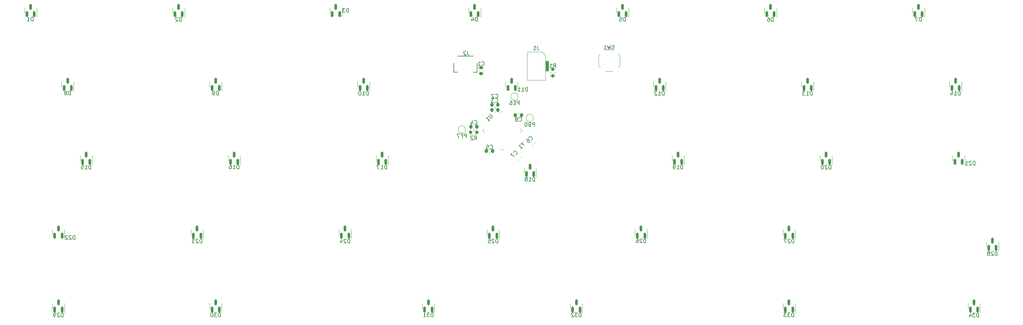
<source format=gbr>
%TF.GenerationSoftware,KiCad,Pcbnew,(5.99.0-12192-g74b8f14ec3)*%
%TF.CreationDate,2021-09-17T01:30:00+02:00*%
%TF.ProjectId,pcb-solder,7063622d-736f-46c6-9465-722e6b696361,1.0*%
%TF.SameCoordinates,Original*%
%TF.FileFunction,Legend,Bot*%
%TF.FilePolarity,Positive*%
%FSLAX46Y46*%
G04 Gerber Fmt 4.6, Leading zero omitted, Abs format (unit mm)*
G04 Created by KiCad (PCBNEW (5.99.0-12192-g74b8f14ec3)) date 2021-09-17 01:30:00*
%MOMM*%
%LPD*%
G01*
G04 APERTURE LIST*
G04 Aperture macros list*
%AMRoundRect*
0 Rectangle with rounded corners*
0 $1 Rounding radius*
0 $2 $3 $4 $5 $6 $7 $8 $9 X,Y pos of 4 corners*
0 Add a 4 corners polygon primitive as box body*
4,1,4,$2,$3,$4,$5,$6,$7,$8,$9,$2,$3,0*
0 Add four circle primitives for the rounded corners*
1,1,$1+$1,$2,$3*
1,1,$1+$1,$4,$5*
1,1,$1+$1,$6,$7*
1,1,$1+$1,$8,$9*
0 Add four rect primitives between the rounded corners*
20,1,$1+$1,$2,$3,$4,$5,0*
20,1,$1+$1,$4,$5,$6,$7,0*
20,1,$1+$1,$6,$7,$8,$9,0*
20,1,$1+$1,$8,$9,$2,$3,0*%
%AMRotRect*
0 Rectangle, with rotation*
0 The origin of the aperture is its center*
0 $1 length*
0 $2 width*
0 $3 Rotation angle, in degrees counterclockwise*
0 Add horizontal line*
21,1,$1,$2,0,0,$3*%
G04 Aperture macros list end*
%ADD10C,0.150000*%
%ADD11C,0.120000*%
%ADD12C,4.000000*%
%ADD13C,1.750000*%
%ADD14C,2.500000*%
%ADD15C,2.400000*%
%ADD16C,3.987800*%
%ADD17C,3.048000*%
%ADD18RoundRect,0.150000X0.150000X-0.587500X0.150000X0.587500X-0.150000X0.587500X-0.150000X-0.587500X0*%
%ADD19RoundRect,0.225000X0.225000X0.250000X-0.225000X0.250000X-0.225000X-0.250000X0.225000X-0.250000X0*%
%ADD20C,1.500000*%
%ADD21RoundRect,0.225000X-0.225000X-0.250000X0.225000X-0.250000X0.225000X0.250000X-0.225000X0.250000X0*%
%ADD22RoundRect,0.225000X-0.335876X-0.017678X-0.017678X-0.335876X0.335876X0.017678X0.017678X0.335876X0*%
%ADD23RoundRect,0.300000X0.070711X0.494975X-0.494975X-0.070711X-0.070711X-0.494975X0.494975X0.070711X0*%
%ADD24RoundRect,0.225000X-0.250000X0.225000X-0.250000X-0.225000X0.250000X-0.225000X0.250000X0.225000X0*%
%ADD25C,1.700000*%
%ADD26RoundRect,0.200000X-0.200000X-0.275000X0.200000X-0.275000X0.200000X0.275000X-0.200000X0.275000X0*%
%ADD27RoundRect,0.225000X0.335876X0.017678X0.017678X0.335876X-0.335876X-0.017678X-0.017678X-0.335876X0*%
%ADD28RoundRect,0.062500X0.291682X0.380070X-0.380070X-0.291682X-0.291682X-0.380070X0.380070X0.291682X0*%
%ADD29RoundRect,0.062500X-0.291682X0.380070X-0.380070X0.291682X0.291682X-0.380070X0.380070X-0.291682X0*%
%ADD30RotRect,5.200000X5.200000X225.000000*%
%ADD31R,1.200000X1.800000*%
%ADD32R,0.600000X1.550000*%
%ADD33R,1.000000X1.700000*%
%ADD34RoundRect,0.200000X0.275000X-0.200000X0.275000X0.200000X-0.275000X0.200000X-0.275000X-0.200000X0*%
G04 APERTURE END LIST*
D10*
X227076000Y-110051500D02*
X227810000Y-110051500D01*
X227810000Y-110051500D02*
X227810000Y-107628500D01*
X227810000Y-107628500D02*
X227076000Y-107628500D01*
X227076000Y-107628500D02*
X227076000Y-110051500D01*
G36*
X227076000Y-110051500D02*
G01*
X227810000Y-110051500D01*
X227810000Y-107628500D01*
X227076000Y-107628500D01*
X227076000Y-110051500D01*
G37*
%TO.C,D1*%
X95083095Y-97176380D02*
X95083095Y-96176380D01*
X94845000Y-96176380D01*
X94702142Y-96224000D01*
X94606904Y-96319238D01*
X94559285Y-96414476D01*
X94511666Y-96604952D01*
X94511666Y-96747809D01*
X94559285Y-96938285D01*
X94606904Y-97033523D01*
X94702142Y-97128761D01*
X94845000Y-97176380D01*
X95083095Y-97176380D01*
X93559285Y-97176380D02*
X94130714Y-97176380D01*
X93845000Y-97176380D02*
X93845000Y-96176380D01*
X93940238Y-96319238D01*
X94035476Y-96414476D01*
X94130714Y-96462095D01*
%TO.C,C8*%
X220245666Y-122954892D02*
X220293285Y-123002511D01*
X220436142Y-123050130D01*
X220531380Y-123050130D01*
X220674238Y-123002511D01*
X220769476Y-122907273D01*
X220817095Y-122812035D01*
X220864714Y-122621559D01*
X220864714Y-122478702D01*
X220817095Y-122288226D01*
X220769476Y-122192988D01*
X220674238Y-122097750D01*
X220531380Y-122050130D01*
X220436142Y-122050130D01*
X220293285Y-122097750D01*
X220245666Y-122145369D01*
X219674238Y-122478702D02*
X219769476Y-122431083D01*
X219817095Y-122383464D01*
X219864714Y-122288226D01*
X219864714Y-122240607D01*
X219817095Y-122145369D01*
X219769476Y-122097750D01*
X219674238Y-122050130D01*
X219483761Y-122050130D01*
X219388523Y-122097750D01*
X219340904Y-122145369D01*
X219293285Y-122240607D01*
X219293285Y-122288226D01*
X219340904Y-122383464D01*
X219388523Y-122431083D01*
X219483761Y-122478702D01*
X219674238Y-122478702D01*
X219769476Y-122526321D01*
X219817095Y-122573940D01*
X219864714Y-122669178D01*
X219864714Y-122859654D01*
X219817095Y-122954892D01*
X219769476Y-123002511D01*
X219674238Y-123050130D01*
X219483761Y-123050130D01*
X219388523Y-123002511D01*
X219340904Y-122954892D01*
X219293285Y-122859654D01*
X219293285Y-122669178D01*
X219340904Y-122573940D01*
X219388523Y-122526321D01*
X219483761Y-122478702D01*
%TO.C,PB0*%
X224246095Y-124342380D02*
X224246095Y-123342380D01*
X223865142Y-123342380D01*
X223769904Y-123390000D01*
X223722285Y-123437619D01*
X223674666Y-123532857D01*
X223674666Y-123675714D01*
X223722285Y-123770952D01*
X223769904Y-123818571D01*
X223865142Y-123866190D01*
X224246095Y-123866190D01*
X222912761Y-123818571D02*
X222769904Y-123866190D01*
X222722285Y-123913809D01*
X222674666Y-124009047D01*
X222674666Y-124151904D01*
X222722285Y-124247142D01*
X222769904Y-124294761D01*
X222865142Y-124342380D01*
X223246095Y-124342380D01*
X223246095Y-123342380D01*
X222912761Y-123342380D01*
X222817523Y-123390000D01*
X222769904Y-123437619D01*
X222722285Y-123532857D01*
X222722285Y-123628095D01*
X222769904Y-123723333D01*
X222817523Y-123770952D01*
X222912761Y-123818571D01*
X223246095Y-123818571D01*
X222055619Y-123342380D02*
X221960380Y-123342380D01*
X221865142Y-123390000D01*
X221817523Y-123437619D01*
X221769904Y-123532857D01*
X221722285Y-123723333D01*
X221722285Y-123961428D01*
X221769904Y-124151904D01*
X221817523Y-124247142D01*
X221865142Y-124294761D01*
X221960380Y-124342380D01*
X222055619Y-124342380D01*
X222150857Y-124294761D01*
X222198476Y-124247142D01*
X222246095Y-124151904D01*
X222293714Y-123961428D01*
X222293714Y-123723333D01*
X222246095Y-123532857D01*
X222198476Y-123437619D01*
X222150857Y-123390000D01*
X222055619Y-123342380D01*
%TO.C,D26*%
X252838285Y-154364380D02*
X252838285Y-153364380D01*
X252600190Y-153364380D01*
X252457333Y-153412000D01*
X252362095Y-153507238D01*
X252314476Y-153602476D01*
X252266857Y-153792952D01*
X252266857Y-153935809D01*
X252314476Y-154126285D01*
X252362095Y-154221523D01*
X252457333Y-154316761D01*
X252600190Y-154364380D01*
X252838285Y-154364380D01*
X251885904Y-153459619D02*
X251838285Y-153412000D01*
X251743047Y-153364380D01*
X251504952Y-153364380D01*
X251409714Y-153412000D01*
X251362095Y-153459619D01*
X251314476Y-153554857D01*
X251314476Y-153650095D01*
X251362095Y-153792952D01*
X251933523Y-154364380D01*
X251314476Y-154364380D01*
X250457333Y-153364380D02*
X250647809Y-153364380D01*
X250743047Y-153412000D01*
X250790666Y-153459619D01*
X250885904Y-153602476D01*
X250933523Y-153792952D01*
X250933523Y-154173904D01*
X250885904Y-154269142D01*
X250838285Y-154316761D01*
X250743047Y-154364380D01*
X250552571Y-154364380D01*
X250457333Y-154316761D01*
X250409714Y-154269142D01*
X250362095Y-154173904D01*
X250362095Y-153935809D01*
X250409714Y-153840571D01*
X250457333Y-153792952D01*
X250552571Y-153745333D01*
X250743047Y-153745333D01*
X250838285Y-153792952D01*
X250885904Y-153840571D01*
X250933523Y-153935809D01*
%TO.C,D6*%
X285695095Y-97278380D02*
X285695095Y-96278380D01*
X285457000Y-96278380D01*
X285314142Y-96326000D01*
X285218904Y-96421238D01*
X285171285Y-96516476D01*
X285123666Y-96706952D01*
X285123666Y-96849809D01*
X285171285Y-97040285D01*
X285218904Y-97135523D01*
X285314142Y-97230761D01*
X285457000Y-97278380D01*
X285695095Y-97278380D01*
X284266523Y-96278380D02*
X284457000Y-96278380D01*
X284552238Y-96326000D01*
X284599857Y-96373619D01*
X284695095Y-96516476D01*
X284742714Y-96706952D01*
X284742714Y-97087904D01*
X284695095Y-97183142D01*
X284647476Y-97230761D01*
X284552238Y-97278380D01*
X284361761Y-97278380D01*
X284266523Y-97230761D01*
X284218904Y-97183142D01*
X284171285Y-97087904D01*
X284171285Y-96849809D01*
X284218904Y-96754571D01*
X284266523Y-96706952D01*
X284361761Y-96659333D01*
X284552238Y-96659333D01*
X284647476Y-96706952D01*
X284695095Y-96754571D01*
X284742714Y-96849809D01*
%TO.C,D20*%
X300490285Y-135323380D02*
X300490285Y-134323380D01*
X300252190Y-134323380D01*
X300109333Y-134371000D01*
X300014095Y-134466238D01*
X299966476Y-134561476D01*
X299918857Y-134751952D01*
X299918857Y-134894809D01*
X299966476Y-135085285D01*
X300014095Y-135180523D01*
X300109333Y-135275761D01*
X300252190Y-135323380D01*
X300490285Y-135323380D01*
X299537904Y-134418619D02*
X299490285Y-134371000D01*
X299395047Y-134323380D01*
X299156952Y-134323380D01*
X299061714Y-134371000D01*
X299014095Y-134418619D01*
X298966476Y-134513857D01*
X298966476Y-134609095D01*
X299014095Y-134751952D01*
X299585523Y-135323380D01*
X298966476Y-135323380D01*
X298347428Y-134323380D02*
X298252190Y-134323380D01*
X298156952Y-134371000D01*
X298109333Y-134418619D01*
X298061714Y-134513857D01*
X298014095Y-134704333D01*
X298014095Y-134942428D01*
X298061714Y-135132904D01*
X298109333Y-135228142D01*
X298156952Y-135275761D01*
X298252190Y-135323380D01*
X298347428Y-135323380D01*
X298442666Y-135275761D01*
X298490285Y-135228142D01*
X298537904Y-135132904D01*
X298585523Y-134942428D01*
X298585523Y-134704333D01*
X298537904Y-134513857D01*
X298490285Y-134418619D01*
X298442666Y-134371000D01*
X298347428Y-134323380D01*
%TO.C,D11*%
X222410285Y-115280380D02*
X222410285Y-114280380D01*
X222172190Y-114280380D01*
X222029333Y-114328000D01*
X221934095Y-114423238D01*
X221886476Y-114518476D01*
X221838857Y-114708952D01*
X221838857Y-114851809D01*
X221886476Y-115042285D01*
X221934095Y-115137523D01*
X222029333Y-115232761D01*
X222172190Y-115280380D01*
X222410285Y-115280380D01*
X220886476Y-115280380D02*
X221457904Y-115280380D01*
X221172190Y-115280380D02*
X221172190Y-114280380D01*
X221267428Y-114423238D01*
X221362666Y-114518476D01*
X221457904Y-114566095D01*
X219934095Y-115280380D02*
X220505523Y-115280380D01*
X220219809Y-115280380D02*
X220219809Y-114280380D01*
X220315047Y-114423238D01*
X220410285Y-114518476D01*
X220505523Y-114566095D01*
%TO.C,D4*%
X209493095Y-97218380D02*
X209493095Y-96218380D01*
X209255000Y-96218380D01*
X209112142Y-96266000D01*
X209016904Y-96361238D01*
X208969285Y-96456476D01*
X208921666Y-96646952D01*
X208921666Y-96789809D01*
X208969285Y-96980285D01*
X209016904Y-97075523D01*
X209112142Y-97170761D01*
X209255000Y-97218380D01*
X209493095Y-97218380D01*
X208064523Y-96551714D02*
X208064523Y-97218380D01*
X208302619Y-96170761D02*
X208540714Y-96885047D01*
X207921666Y-96885047D01*
%TO.C,D7*%
X323798095Y-97238380D02*
X323798095Y-96238380D01*
X323560000Y-96238380D01*
X323417142Y-96286000D01*
X323321904Y-96381238D01*
X323274285Y-96476476D01*
X323226666Y-96666952D01*
X323226666Y-96809809D01*
X323274285Y-97000285D01*
X323321904Y-97095523D01*
X323417142Y-97190761D01*
X323560000Y-97238380D01*
X323798095Y-97238380D01*
X322893333Y-96238380D02*
X322226666Y-96238380D01*
X322655238Y-97238380D01*
%TO.C,D8*%
X104737095Y-116265380D02*
X104737095Y-115265380D01*
X104499000Y-115265380D01*
X104356142Y-115313000D01*
X104260904Y-115408238D01*
X104213285Y-115503476D01*
X104165666Y-115693952D01*
X104165666Y-115836809D01*
X104213285Y-116027285D01*
X104260904Y-116122523D01*
X104356142Y-116217761D01*
X104499000Y-116265380D01*
X104737095Y-116265380D01*
X103594238Y-115693952D02*
X103689476Y-115646333D01*
X103737095Y-115598714D01*
X103784714Y-115503476D01*
X103784714Y-115455857D01*
X103737095Y-115360619D01*
X103689476Y-115313000D01*
X103594238Y-115265380D01*
X103403761Y-115265380D01*
X103308523Y-115313000D01*
X103260904Y-115360619D01*
X103213285Y-115455857D01*
X103213285Y-115503476D01*
X103260904Y-115598714D01*
X103308523Y-115646333D01*
X103403761Y-115693952D01*
X103594238Y-115693952D01*
X103689476Y-115741571D01*
X103737095Y-115789190D01*
X103784714Y-115884428D01*
X103784714Y-116074904D01*
X103737095Y-116170142D01*
X103689476Y-116217761D01*
X103594238Y-116265380D01*
X103403761Y-116265380D01*
X103308523Y-116217761D01*
X103260904Y-116170142D01*
X103213285Y-116074904D01*
X103213285Y-115884428D01*
X103260904Y-115789190D01*
X103308523Y-115741571D01*
X103403761Y-115693952D01*
%TO.C,C2*%
X214116666Y-116930892D02*
X214164285Y-116978511D01*
X214307142Y-117026130D01*
X214402380Y-117026130D01*
X214545238Y-116978511D01*
X214640476Y-116883273D01*
X214688095Y-116788035D01*
X214735714Y-116597559D01*
X214735714Y-116454702D01*
X214688095Y-116264226D01*
X214640476Y-116168988D01*
X214545238Y-116073750D01*
X214402380Y-116026130D01*
X214307142Y-116026130D01*
X214164285Y-116073750D01*
X214116666Y-116121369D01*
X213735714Y-116121369D02*
X213688095Y-116073750D01*
X213592857Y-116026130D01*
X213354761Y-116026130D01*
X213259523Y-116073750D01*
X213211904Y-116121369D01*
X213164285Y-116216607D01*
X213164285Y-116311845D01*
X213211904Y-116454702D01*
X213783333Y-117026130D01*
X213164285Y-117026130D01*
%TO.C,D16*%
X148076285Y-135314380D02*
X148076285Y-134314380D01*
X147838190Y-134314380D01*
X147695333Y-134362000D01*
X147600095Y-134457238D01*
X147552476Y-134552476D01*
X147504857Y-134742952D01*
X147504857Y-134885809D01*
X147552476Y-135076285D01*
X147600095Y-135171523D01*
X147695333Y-135266761D01*
X147838190Y-135314380D01*
X148076285Y-135314380D01*
X146552476Y-135314380D02*
X147123904Y-135314380D01*
X146838190Y-135314380D02*
X146838190Y-134314380D01*
X146933428Y-134457238D01*
X147028666Y-134552476D01*
X147123904Y-134600095D01*
X145695333Y-134314380D02*
X145885809Y-134314380D01*
X145981047Y-134362000D01*
X146028666Y-134409619D01*
X146123904Y-134552476D01*
X146171523Y-134742952D01*
X146171523Y-135123904D01*
X146123904Y-135219142D01*
X146076285Y-135266761D01*
X145981047Y-135314380D01*
X145790571Y-135314380D01*
X145695333Y-135266761D01*
X145647714Y-135219142D01*
X145600095Y-135123904D01*
X145600095Y-134885809D01*
X145647714Y-134790571D01*
X145695333Y-134742952D01*
X145790571Y-134695333D01*
X145981047Y-134695333D01*
X146076285Y-134742952D01*
X146123904Y-134790571D01*
X146171523Y-134885809D01*
%TO.C,C6*%
X223288389Y-127855437D02*
X223355732Y-127855437D01*
X223490419Y-127788093D01*
X223557763Y-127720750D01*
X223625106Y-127586062D01*
X223625106Y-127451375D01*
X223591435Y-127350360D01*
X223490419Y-127182001D01*
X223389404Y-127080986D01*
X223221045Y-126979971D01*
X223120030Y-126946299D01*
X222985343Y-126946299D01*
X222850656Y-127013643D01*
X222783312Y-127080986D01*
X222715969Y-127215673D01*
X222715969Y-127283017D01*
X222042534Y-127821765D02*
X222177221Y-127687078D01*
X222278236Y-127653406D01*
X222345580Y-127653406D01*
X222513938Y-127687078D01*
X222682297Y-127788093D01*
X222951671Y-128057467D01*
X222985343Y-128158482D01*
X222985343Y-128225826D01*
X222951671Y-128326841D01*
X222816984Y-128461528D01*
X222715969Y-128495200D01*
X222648625Y-128495200D01*
X222547610Y-128461528D01*
X222379251Y-128293169D01*
X222345580Y-128192154D01*
X222345580Y-128124811D01*
X222379251Y-128023795D01*
X222513938Y-127889108D01*
X222614954Y-127855437D01*
X222682297Y-127855437D01*
X222783312Y-127889108D01*
%TO.C,D25*%
X214756285Y-154408380D02*
X214756285Y-153408380D01*
X214518190Y-153408380D01*
X214375333Y-153456000D01*
X214280095Y-153551238D01*
X214232476Y-153646476D01*
X214184857Y-153836952D01*
X214184857Y-153979809D01*
X214232476Y-154170285D01*
X214280095Y-154265523D01*
X214375333Y-154360761D01*
X214518190Y-154408380D01*
X214756285Y-154408380D01*
X213803904Y-153503619D02*
X213756285Y-153456000D01*
X213661047Y-153408380D01*
X213422952Y-153408380D01*
X213327714Y-153456000D01*
X213280095Y-153503619D01*
X213232476Y-153598857D01*
X213232476Y-153694095D01*
X213280095Y-153836952D01*
X213851523Y-154408380D01*
X213232476Y-154408380D01*
X212327714Y-153408380D02*
X212803904Y-153408380D01*
X212851523Y-153884571D01*
X212803904Y-153836952D01*
X212708666Y-153789333D01*
X212470571Y-153789333D01*
X212375333Y-153836952D01*
X212327714Y-153884571D01*
X212280095Y-153979809D01*
X212280095Y-154217904D01*
X212327714Y-154313142D01*
X212375333Y-154360761D01*
X212470571Y-154408380D01*
X212708666Y-154408380D01*
X212803904Y-154360761D01*
X212851523Y-154313142D01*
%TO.C,D5*%
X247599095Y-97252380D02*
X247599095Y-96252380D01*
X247361000Y-96252380D01*
X247218142Y-96300000D01*
X247122904Y-96395238D01*
X247075285Y-96490476D01*
X247027666Y-96680952D01*
X247027666Y-96823809D01*
X247075285Y-97014285D01*
X247122904Y-97109523D01*
X247218142Y-97204761D01*
X247361000Y-97252380D01*
X247599095Y-97252380D01*
X246122904Y-96252380D02*
X246599095Y-96252380D01*
X246646714Y-96728571D01*
X246599095Y-96680952D01*
X246503857Y-96633333D01*
X246265761Y-96633333D01*
X246170523Y-96680952D01*
X246122904Y-96728571D01*
X246075285Y-96823809D01*
X246075285Y-97061904D01*
X246122904Y-97157142D01*
X246170523Y-97204761D01*
X246265761Y-97252380D01*
X246503857Y-97252380D01*
X246599095Y-97204761D01*
X246646714Y-97157142D01*
%TO.C,D9*%
X142811095Y-116275380D02*
X142811095Y-115275380D01*
X142573000Y-115275380D01*
X142430142Y-115323000D01*
X142334904Y-115418238D01*
X142287285Y-115513476D01*
X142239666Y-115703952D01*
X142239666Y-115846809D01*
X142287285Y-116037285D01*
X142334904Y-116132523D01*
X142430142Y-116227761D01*
X142573000Y-116275380D01*
X142811095Y-116275380D01*
X141763476Y-116275380D02*
X141573000Y-116275380D01*
X141477761Y-116227761D01*
X141430142Y-116180142D01*
X141334904Y-116037285D01*
X141287285Y-115846809D01*
X141287285Y-115465857D01*
X141334904Y-115370619D01*
X141382523Y-115323000D01*
X141477761Y-115275380D01*
X141668238Y-115275380D01*
X141763476Y-115323000D01*
X141811095Y-115370619D01*
X141858714Y-115465857D01*
X141858714Y-115703952D01*
X141811095Y-115799190D01*
X141763476Y-115846809D01*
X141668238Y-115894428D01*
X141477761Y-115894428D01*
X141382523Y-115846809D01*
X141334904Y-115799190D01*
X141287285Y-115703952D01*
%TO.C,Y1*%
X221160881Y-128940196D02*
X221497599Y-129276914D01*
X221026194Y-128334105D02*
X221160881Y-128940196D01*
X220554790Y-128805509D01*
X220655805Y-130118707D02*
X221059866Y-129714646D01*
X220857835Y-129916677D02*
X220150729Y-129209570D01*
X220319087Y-129243242D01*
X220453774Y-129243242D01*
X220554790Y-129209570D01*
%TO.C,D2*%
X133277095Y-97219380D02*
X133277095Y-96219380D01*
X133039000Y-96219380D01*
X132896142Y-96267000D01*
X132800904Y-96362238D01*
X132753285Y-96457476D01*
X132705666Y-96647952D01*
X132705666Y-96790809D01*
X132753285Y-96981285D01*
X132800904Y-97076523D01*
X132896142Y-97171761D01*
X133039000Y-97219380D01*
X133277095Y-97219380D01*
X132324714Y-96314619D02*
X132277095Y-96267000D01*
X132181857Y-96219380D01*
X131943761Y-96219380D01*
X131848523Y-96267000D01*
X131800904Y-96314619D01*
X131753285Y-96409857D01*
X131753285Y-96505095D01*
X131800904Y-96647952D01*
X132372333Y-97219380D01*
X131753285Y-97219380D01*
%TO.C,PE6*%
X220256476Y-118790380D02*
X220256476Y-117790380D01*
X219875523Y-117790380D01*
X219780285Y-117838000D01*
X219732666Y-117885619D01*
X219685047Y-117980857D01*
X219685047Y-118123714D01*
X219732666Y-118218952D01*
X219780285Y-118266571D01*
X219875523Y-118314190D01*
X220256476Y-118314190D01*
X219256476Y-118266571D02*
X218923142Y-118266571D01*
X218780285Y-118790380D02*
X219256476Y-118790380D01*
X219256476Y-117790380D01*
X218780285Y-117790380D01*
X217923142Y-117790380D02*
X218113619Y-117790380D01*
X218208857Y-117838000D01*
X218256476Y-117885619D01*
X218351714Y-118028476D01*
X218399333Y-118218952D01*
X218399333Y-118599904D01*
X218351714Y-118695142D01*
X218304095Y-118742761D01*
X218208857Y-118790380D01*
X218018380Y-118790380D01*
X217923142Y-118742761D01*
X217875523Y-118695142D01*
X217827904Y-118599904D01*
X217827904Y-118361809D01*
X217875523Y-118266571D01*
X217923142Y-118218952D01*
X218018380Y-118171333D01*
X218208857Y-118171333D01*
X218304095Y-118218952D01*
X218351714Y-118266571D01*
X218399333Y-118361809D01*
%TO.C,C1*%
X210611666Y-108548142D02*
X210659285Y-108595761D01*
X210802142Y-108643380D01*
X210897380Y-108643380D01*
X211040238Y-108595761D01*
X211135476Y-108500523D01*
X211183095Y-108405285D01*
X211230714Y-108214809D01*
X211230714Y-108071952D01*
X211183095Y-107881476D01*
X211135476Y-107786238D01*
X211040238Y-107691000D01*
X210897380Y-107643380D01*
X210802142Y-107643380D01*
X210659285Y-107691000D01*
X210611666Y-107738619D01*
X209659285Y-108643380D02*
X210230714Y-108643380D01*
X209945000Y-108643380D02*
X209945000Y-107643380D01*
X210040238Y-107786238D01*
X210135476Y-107881476D01*
X210230714Y-107929095D01*
%TO.C,D24*%
X176639285Y-154444380D02*
X176639285Y-153444380D01*
X176401190Y-153444380D01*
X176258333Y-153492000D01*
X176163095Y-153587238D01*
X176115476Y-153682476D01*
X176067857Y-153872952D01*
X176067857Y-154015809D01*
X176115476Y-154206285D01*
X176163095Y-154301523D01*
X176258333Y-154396761D01*
X176401190Y-154444380D01*
X176639285Y-154444380D01*
X175686904Y-153539619D02*
X175639285Y-153492000D01*
X175544047Y-153444380D01*
X175305952Y-153444380D01*
X175210714Y-153492000D01*
X175163095Y-153539619D01*
X175115476Y-153634857D01*
X175115476Y-153730095D01*
X175163095Y-153872952D01*
X175734523Y-154444380D01*
X175115476Y-154444380D01*
X174258333Y-153777714D02*
X174258333Y-154444380D01*
X174496428Y-153396761D02*
X174734523Y-154111047D01*
X174115476Y-154111047D01*
%TO.C,D18*%
X224246285Y-138495380D02*
X224246285Y-137495380D01*
X224008190Y-137495380D01*
X223865333Y-137543000D01*
X223770095Y-137638238D01*
X223722476Y-137733476D01*
X223674857Y-137923952D01*
X223674857Y-138066809D01*
X223722476Y-138257285D01*
X223770095Y-138352523D01*
X223865333Y-138447761D01*
X224008190Y-138495380D01*
X224246285Y-138495380D01*
X222722476Y-138495380D02*
X223293904Y-138495380D01*
X223008190Y-138495380D02*
X223008190Y-137495380D01*
X223103428Y-137638238D01*
X223198666Y-137733476D01*
X223293904Y-137781095D01*
X222151047Y-137923952D02*
X222246285Y-137876333D01*
X222293904Y-137828714D01*
X222341523Y-137733476D01*
X222341523Y-137685857D01*
X222293904Y-137590619D01*
X222246285Y-137543000D01*
X222151047Y-137495380D01*
X221960571Y-137495380D01*
X221865333Y-137543000D01*
X221817714Y-137590619D01*
X221770095Y-137685857D01*
X221770095Y-137733476D01*
X221817714Y-137828714D01*
X221865333Y-137876333D01*
X221960571Y-137923952D01*
X222151047Y-137923952D01*
X222246285Y-137971571D01*
X222293904Y-138019190D01*
X222341523Y-138114428D01*
X222341523Y-138304904D01*
X222293904Y-138400142D01*
X222246285Y-138447761D01*
X222151047Y-138495380D01*
X221960571Y-138495380D01*
X221865333Y-138447761D01*
X221817714Y-138400142D01*
X221770095Y-138304904D01*
X221770095Y-138114428D01*
X221817714Y-138019190D01*
X221865333Y-137971571D01*
X221960571Y-137923952D01*
%TO.C,J1*%
X224978333Y-103611130D02*
X224978333Y-104325416D01*
X225025952Y-104468273D01*
X225121190Y-104563511D01*
X225264047Y-104611130D01*
X225359285Y-104611130D01*
X223978333Y-104611130D02*
X224549761Y-104611130D01*
X224264047Y-104611130D02*
X224264047Y-103611130D01*
X224359285Y-103753988D01*
X224454523Y-103849226D01*
X224549761Y-103896845D01*
%TO.C,D23*%
X138556285Y-154407380D02*
X138556285Y-153407380D01*
X138318190Y-153407380D01*
X138175333Y-153455000D01*
X138080095Y-153550238D01*
X138032476Y-153645476D01*
X137984857Y-153835952D01*
X137984857Y-153978809D01*
X138032476Y-154169285D01*
X138080095Y-154264523D01*
X138175333Y-154359761D01*
X138318190Y-154407380D01*
X138556285Y-154407380D01*
X137603904Y-153502619D02*
X137556285Y-153455000D01*
X137461047Y-153407380D01*
X137222952Y-153407380D01*
X137127714Y-153455000D01*
X137080095Y-153502619D01*
X137032476Y-153597857D01*
X137032476Y-153693095D01*
X137080095Y-153835952D01*
X137651523Y-154407380D01*
X137032476Y-154407380D01*
X136699142Y-153407380D02*
X136080095Y-153407380D01*
X136413428Y-153788333D01*
X136270571Y-153788333D01*
X136175333Y-153835952D01*
X136127714Y-153883571D01*
X136080095Y-153978809D01*
X136080095Y-154216904D01*
X136127714Y-154312142D01*
X136175333Y-154359761D01*
X136270571Y-154407380D01*
X136556285Y-154407380D01*
X136651523Y-154359761D01*
X136699142Y-154312142D01*
%TO.C,D32*%
X236181285Y-173452380D02*
X236181285Y-172452380D01*
X235943190Y-172452380D01*
X235800333Y-172500000D01*
X235705095Y-172595238D01*
X235657476Y-172690476D01*
X235609857Y-172880952D01*
X235609857Y-173023809D01*
X235657476Y-173214285D01*
X235705095Y-173309523D01*
X235800333Y-173404761D01*
X235943190Y-173452380D01*
X236181285Y-173452380D01*
X235276523Y-172452380D02*
X234657476Y-172452380D01*
X234990809Y-172833333D01*
X234847952Y-172833333D01*
X234752714Y-172880952D01*
X234705095Y-172928571D01*
X234657476Y-173023809D01*
X234657476Y-173261904D01*
X234705095Y-173357142D01*
X234752714Y-173404761D01*
X234847952Y-173452380D01*
X235133666Y-173452380D01*
X235228904Y-173404761D01*
X235276523Y-173357142D01*
X234276523Y-172547619D02*
X234228904Y-172500000D01*
X234133666Y-172452380D01*
X233895571Y-172452380D01*
X233800333Y-172500000D01*
X233752714Y-172547619D01*
X233705095Y-172642857D01*
X233705095Y-172738095D01*
X233752714Y-172880952D01*
X234324142Y-173452380D01*
X233705095Y-173452380D01*
%TO.C,D28*%
X343295285Y-157609380D02*
X343295285Y-156609380D01*
X343057190Y-156609380D01*
X342914333Y-156657000D01*
X342819095Y-156752238D01*
X342771476Y-156847476D01*
X342723857Y-157037952D01*
X342723857Y-157180809D01*
X342771476Y-157371285D01*
X342819095Y-157466523D01*
X342914333Y-157561761D01*
X343057190Y-157609380D01*
X343295285Y-157609380D01*
X342342904Y-156704619D02*
X342295285Y-156657000D01*
X342200047Y-156609380D01*
X341961952Y-156609380D01*
X341866714Y-156657000D01*
X341819095Y-156704619D01*
X341771476Y-156799857D01*
X341771476Y-156895095D01*
X341819095Y-157037952D01*
X342390523Y-157609380D01*
X341771476Y-157609380D01*
X341200047Y-157037952D02*
X341295285Y-156990333D01*
X341342904Y-156942714D01*
X341390523Y-156847476D01*
X341390523Y-156799857D01*
X341342904Y-156704619D01*
X341295285Y-156657000D01*
X341200047Y-156609380D01*
X341009571Y-156609380D01*
X340914333Y-156657000D01*
X340866714Y-156704619D01*
X340819095Y-156799857D01*
X340819095Y-156847476D01*
X340866714Y-156942714D01*
X340914333Y-156990333D01*
X341009571Y-157037952D01*
X341200047Y-157037952D01*
X341295285Y-157085571D01*
X341342904Y-157133190D01*
X341390523Y-157228428D01*
X341390523Y-157418904D01*
X341342904Y-157514142D01*
X341295285Y-157561761D01*
X341200047Y-157609380D01*
X341009571Y-157609380D01*
X340914333Y-157561761D01*
X340866714Y-157514142D01*
X340819095Y-157418904D01*
X340819095Y-157228428D01*
X340866714Y-157133190D01*
X340914333Y-157085571D01*
X341009571Y-157037952D01*
%TO.C,PF7*%
X206688666Y-127281380D02*
X206688666Y-126281380D01*
X206307714Y-126281380D01*
X206212476Y-126329000D01*
X206164857Y-126376619D01*
X206117238Y-126471857D01*
X206117238Y-126614714D01*
X206164857Y-126709952D01*
X206212476Y-126757571D01*
X206307714Y-126805190D01*
X206688666Y-126805190D01*
X205355333Y-126757571D02*
X205688666Y-126757571D01*
X205688666Y-127281380D02*
X205688666Y-126281380D01*
X205212476Y-126281380D01*
X204926761Y-126281380D02*
X204260095Y-126281380D01*
X204688666Y-127281380D01*
%TO.C,R2*%
X208695666Y-127798380D02*
X209029000Y-127322190D01*
X209267095Y-127798380D02*
X209267095Y-126798380D01*
X208886142Y-126798380D01*
X208790904Y-126846000D01*
X208743285Y-126893619D01*
X208695666Y-126988857D01*
X208695666Y-127131714D01*
X208743285Y-127226952D01*
X208790904Y-127274571D01*
X208886142Y-127322190D01*
X209267095Y-127322190D01*
X208314714Y-126893619D02*
X208267095Y-126846000D01*
X208171857Y-126798380D01*
X207933761Y-126798380D01*
X207838523Y-126846000D01*
X207790904Y-126893619D01*
X207743285Y-126988857D01*
X207743285Y-127084095D01*
X207790904Y-127226952D01*
X208362333Y-127798380D01*
X207743285Y-127798380D01*
%TO.C,C4*%
X208727666Y-123729142D02*
X208775285Y-123776761D01*
X208918142Y-123824380D01*
X209013380Y-123824380D01*
X209156238Y-123776761D01*
X209251476Y-123681523D01*
X209299095Y-123586285D01*
X209346714Y-123395809D01*
X209346714Y-123252952D01*
X209299095Y-123062476D01*
X209251476Y-122967238D01*
X209156238Y-122872000D01*
X209013380Y-122824380D01*
X208918142Y-122824380D01*
X208775285Y-122872000D01*
X208727666Y-122919619D01*
X207870523Y-123157714D02*
X207870523Y-123824380D01*
X208108619Y-122776761D02*
X208346714Y-123491047D01*
X207727666Y-123491047D01*
%TO.C,D34*%
X338558285Y-173506380D02*
X338558285Y-172506380D01*
X338320190Y-172506380D01*
X338177333Y-172554000D01*
X338082095Y-172649238D01*
X338034476Y-172744476D01*
X337986857Y-172934952D01*
X337986857Y-173077809D01*
X338034476Y-173268285D01*
X338082095Y-173363523D01*
X338177333Y-173458761D01*
X338320190Y-173506380D01*
X338558285Y-173506380D01*
X337653523Y-172506380D02*
X337034476Y-172506380D01*
X337367809Y-172887333D01*
X337224952Y-172887333D01*
X337129714Y-172934952D01*
X337082095Y-172982571D01*
X337034476Y-173077809D01*
X337034476Y-173315904D01*
X337082095Y-173411142D01*
X337129714Y-173458761D01*
X337224952Y-173506380D01*
X337510666Y-173506380D01*
X337605904Y-173458761D01*
X337653523Y-173411142D01*
X336177333Y-172839714D02*
X336177333Y-173506380D01*
X336415428Y-172458761D02*
X336653523Y-173173047D01*
X336034476Y-173173047D01*
%TO.C,C7*%
X219373389Y-131590437D02*
X219440732Y-131590437D01*
X219575419Y-131523093D01*
X219642763Y-131455750D01*
X219710106Y-131321062D01*
X219710106Y-131186375D01*
X219676435Y-131085360D01*
X219575419Y-130917001D01*
X219474404Y-130815986D01*
X219306045Y-130714971D01*
X219205030Y-130681299D01*
X219070343Y-130681299D01*
X218935656Y-130748643D01*
X218868312Y-130815986D01*
X218800969Y-130950673D01*
X218800969Y-131018017D01*
X218497923Y-131186375D02*
X218026519Y-131657780D01*
X219036671Y-132061841D01*
%TO.C,U1*%
X212728522Y-121200776D02*
X213300942Y-121773196D01*
X213334614Y-121874211D01*
X213334614Y-121941555D01*
X213300942Y-122042570D01*
X213166255Y-122177257D01*
X213065240Y-122210929D01*
X212997896Y-122210929D01*
X212896881Y-122177257D01*
X212324461Y-121604837D01*
X212324461Y-123019051D02*
X212728522Y-122614990D01*
X212526492Y-122817020D02*
X211819385Y-122109914D01*
X211987744Y-122143585D01*
X212122431Y-122143585D01*
X212223446Y-122109914D01*
%TO.C,J2*%
X206924333Y-104976130D02*
X206924333Y-105690416D01*
X206971952Y-105833273D01*
X207067190Y-105928511D01*
X207210047Y-105976130D01*
X207305285Y-105976130D01*
X206495761Y-105071369D02*
X206448142Y-105023750D01*
X206352904Y-104976130D01*
X206114809Y-104976130D01*
X206019571Y-105023750D01*
X205971952Y-105071369D01*
X205924333Y-105166607D01*
X205924333Y-105261845D01*
X205971952Y-105404702D01*
X206543380Y-105976130D01*
X205924333Y-105976130D01*
%TO.C,SW1*%
X244731333Y-104400511D02*
X244588476Y-104448130D01*
X244350380Y-104448130D01*
X244255142Y-104400511D01*
X244207523Y-104352892D01*
X244159904Y-104257654D01*
X244159904Y-104162416D01*
X244207523Y-104067178D01*
X244255142Y-104019559D01*
X244350380Y-103971940D01*
X244540857Y-103924321D01*
X244636095Y-103876702D01*
X244683714Y-103829083D01*
X244731333Y-103733845D01*
X244731333Y-103638607D01*
X244683714Y-103543369D01*
X244636095Y-103495750D01*
X244540857Y-103448130D01*
X244302761Y-103448130D01*
X244159904Y-103495750D01*
X243826571Y-103448130D02*
X243588476Y-104448130D01*
X243398000Y-103733845D01*
X243207523Y-104448130D01*
X242969428Y-103448130D01*
X242064666Y-104448130D02*
X242636095Y-104448130D01*
X242350380Y-104448130D02*
X242350380Y-103448130D01*
X242445619Y-103590988D01*
X242540857Y-103686226D01*
X242636095Y-103733845D01*
%TO.C,D30*%
X143292285Y-173447380D02*
X143292285Y-172447380D01*
X143054190Y-172447380D01*
X142911333Y-172495000D01*
X142816095Y-172590238D01*
X142768476Y-172685476D01*
X142720857Y-172875952D01*
X142720857Y-173018809D01*
X142768476Y-173209285D01*
X142816095Y-173304523D01*
X142911333Y-173399761D01*
X143054190Y-173447380D01*
X143292285Y-173447380D01*
X142387523Y-172447380D02*
X141768476Y-172447380D01*
X142101809Y-172828333D01*
X141958952Y-172828333D01*
X141863714Y-172875952D01*
X141816095Y-172923571D01*
X141768476Y-173018809D01*
X141768476Y-173256904D01*
X141816095Y-173352142D01*
X141863714Y-173399761D01*
X141958952Y-173447380D01*
X142244666Y-173447380D01*
X142339904Y-173399761D01*
X142387523Y-173352142D01*
X141149428Y-172447380D02*
X141054190Y-172447380D01*
X140958952Y-172495000D01*
X140911333Y-172542619D01*
X140863714Y-172637857D01*
X140816095Y-172828333D01*
X140816095Y-173066428D01*
X140863714Y-173256904D01*
X140911333Y-173352142D01*
X140958952Y-173399761D01*
X141054190Y-173447380D01*
X141149428Y-173447380D01*
X141244666Y-173399761D01*
X141292285Y-173352142D01*
X141339904Y-173256904D01*
X141387523Y-173066428D01*
X141387523Y-172828333D01*
X141339904Y-172637857D01*
X141292285Y-172542619D01*
X141244666Y-172495000D01*
X141149428Y-172447380D01*
%TO.C,D33*%
X290909285Y-173446380D02*
X290909285Y-172446380D01*
X290671190Y-172446380D01*
X290528333Y-172494000D01*
X290433095Y-172589238D01*
X290385476Y-172684476D01*
X290337857Y-172874952D01*
X290337857Y-173017809D01*
X290385476Y-173208285D01*
X290433095Y-173303523D01*
X290528333Y-173398761D01*
X290671190Y-173446380D01*
X290909285Y-173446380D01*
X290004523Y-172446380D02*
X289385476Y-172446380D01*
X289718809Y-172827333D01*
X289575952Y-172827333D01*
X289480714Y-172874952D01*
X289433095Y-172922571D01*
X289385476Y-173017809D01*
X289385476Y-173255904D01*
X289433095Y-173351142D01*
X289480714Y-173398761D01*
X289575952Y-173446380D01*
X289861666Y-173446380D01*
X289956904Y-173398761D01*
X290004523Y-173351142D01*
X289052142Y-172446380D02*
X288433095Y-172446380D01*
X288766428Y-172827333D01*
X288623571Y-172827333D01*
X288528333Y-172874952D01*
X288480714Y-172922571D01*
X288433095Y-173017809D01*
X288433095Y-173255904D01*
X288480714Y-173351142D01*
X288528333Y-173398761D01*
X288623571Y-173446380D01*
X288909285Y-173446380D01*
X289004523Y-173398761D01*
X289052142Y-173351142D01*
%TO.C,D13*%
X295705285Y-116295380D02*
X295705285Y-115295380D01*
X295467190Y-115295380D01*
X295324333Y-115343000D01*
X295229095Y-115438238D01*
X295181476Y-115533476D01*
X295133857Y-115723952D01*
X295133857Y-115866809D01*
X295181476Y-116057285D01*
X295229095Y-116152523D01*
X295324333Y-116247761D01*
X295467190Y-116295380D01*
X295705285Y-116295380D01*
X294181476Y-116295380D02*
X294752904Y-116295380D01*
X294467190Y-116295380D02*
X294467190Y-115295380D01*
X294562428Y-115438238D01*
X294657666Y-115533476D01*
X294752904Y-115581095D01*
X293848142Y-115295380D02*
X293229095Y-115295380D01*
X293562428Y-115676333D01*
X293419571Y-115676333D01*
X293324333Y-115723952D01*
X293276714Y-115771571D01*
X293229095Y-115866809D01*
X293229095Y-116104904D01*
X293276714Y-116200142D01*
X293324333Y-116247761D01*
X293419571Y-116295380D01*
X293705285Y-116295380D01*
X293800523Y-116247761D01*
X293848142Y-116200142D01*
%TO.C,D15*%
X109957285Y-135351380D02*
X109957285Y-134351380D01*
X109719190Y-134351380D01*
X109576333Y-134399000D01*
X109481095Y-134494238D01*
X109433476Y-134589476D01*
X109385857Y-134779952D01*
X109385857Y-134922809D01*
X109433476Y-135113285D01*
X109481095Y-135208523D01*
X109576333Y-135303761D01*
X109719190Y-135351380D01*
X109957285Y-135351380D01*
X108433476Y-135351380D02*
X109004904Y-135351380D01*
X108719190Y-135351380D02*
X108719190Y-134351380D01*
X108814428Y-134494238D01*
X108909666Y-134589476D01*
X109004904Y-134637095D01*
X107528714Y-134351380D02*
X108004904Y-134351380D01*
X108052523Y-134827571D01*
X108004904Y-134779952D01*
X107909666Y-134732333D01*
X107671571Y-134732333D01*
X107576333Y-134779952D01*
X107528714Y-134827571D01*
X107481095Y-134922809D01*
X107481095Y-135160904D01*
X107528714Y-135256142D01*
X107576333Y-135303761D01*
X107671571Y-135351380D01*
X107909666Y-135351380D01*
X108004904Y-135303761D01*
X108052523Y-135256142D01*
%TO.C,D12*%
X257581285Y-116319380D02*
X257581285Y-115319380D01*
X257343190Y-115319380D01*
X257200333Y-115367000D01*
X257105095Y-115462238D01*
X257057476Y-115557476D01*
X257009857Y-115747952D01*
X257009857Y-115890809D01*
X257057476Y-116081285D01*
X257105095Y-116176523D01*
X257200333Y-116271761D01*
X257343190Y-116319380D01*
X257581285Y-116319380D01*
X256057476Y-116319380D02*
X256628904Y-116319380D01*
X256343190Y-116319380D02*
X256343190Y-115319380D01*
X256438428Y-115462238D01*
X256533666Y-115557476D01*
X256628904Y-115605095D01*
X255676523Y-115414619D02*
X255628904Y-115367000D01*
X255533666Y-115319380D01*
X255295571Y-115319380D01*
X255200333Y-115367000D01*
X255152714Y-115414619D01*
X255105095Y-115509857D01*
X255105095Y-115605095D01*
X255152714Y-115747952D01*
X255724142Y-116319380D01*
X255105095Y-116319380D01*
%TO.C,D14*%
X333790285Y-116298380D02*
X333790285Y-115298380D01*
X333552190Y-115298380D01*
X333409333Y-115346000D01*
X333314095Y-115441238D01*
X333266476Y-115536476D01*
X333218857Y-115726952D01*
X333218857Y-115869809D01*
X333266476Y-116060285D01*
X333314095Y-116155523D01*
X333409333Y-116250761D01*
X333552190Y-116298380D01*
X333790285Y-116298380D01*
X332266476Y-116298380D02*
X332837904Y-116298380D01*
X332552190Y-116298380D02*
X332552190Y-115298380D01*
X332647428Y-115441238D01*
X332742666Y-115536476D01*
X332837904Y-115584095D01*
X331409333Y-115631714D02*
X331409333Y-116298380D01*
X331647428Y-115250761D02*
X331885523Y-115965047D01*
X331266476Y-115965047D01*
%TO.C,D21*%
X337609285Y-134319380D02*
X337609285Y-133319380D01*
X337371190Y-133319380D01*
X337228333Y-133367000D01*
X337133095Y-133462238D01*
X337085476Y-133557476D01*
X337037857Y-133747952D01*
X337037857Y-133890809D01*
X337085476Y-134081285D01*
X337133095Y-134176523D01*
X337228333Y-134271761D01*
X337371190Y-134319380D01*
X337609285Y-134319380D01*
X336656904Y-133414619D02*
X336609285Y-133367000D01*
X336514047Y-133319380D01*
X336275952Y-133319380D01*
X336180714Y-133367000D01*
X336133095Y-133414619D01*
X336085476Y-133509857D01*
X336085476Y-133605095D01*
X336133095Y-133747952D01*
X336704523Y-134319380D01*
X336085476Y-134319380D01*
X335133095Y-134319380D02*
X335704523Y-134319380D01*
X335418809Y-134319380D02*
X335418809Y-133319380D01*
X335514047Y-133462238D01*
X335609285Y-133557476D01*
X335704523Y-133605095D01*
%TO.C,D27*%
X290953285Y-154423380D02*
X290953285Y-153423380D01*
X290715190Y-153423380D01*
X290572333Y-153471000D01*
X290477095Y-153566238D01*
X290429476Y-153661476D01*
X290381857Y-153851952D01*
X290381857Y-153994809D01*
X290429476Y-154185285D01*
X290477095Y-154280523D01*
X290572333Y-154375761D01*
X290715190Y-154423380D01*
X290953285Y-154423380D01*
X290000904Y-153518619D02*
X289953285Y-153471000D01*
X289858047Y-153423380D01*
X289619952Y-153423380D01*
X289524714Y-153471000D01*
X289477095Y-153518619D01*
X289429476Y-153613857D01*
X289429476Y-153709095D01*
X289477095Y-153851952D01*
X290048523Y-154423380D01*
X289429476Y-154423380D01*
X289096142Y-153423380D02*
X288429476Y-153423380D01*
X288858047Y-154423380D01*
%TO.C,D22*%
X105831285Y-153485380D02*
X105831285Y-152485380D01*
X105593190Y-152485380D01*
X105450333Y-152533000D01*
X105355095Y-152628238D01*
X105307476Y-152723476D01*
X105259857Y-152913952D01*
X105259857Y-153056809D01*
X105307476Y-153247285D01*
X105355095Y-153342523D01*
X105450333Y-153437761D01*
X105593190Y-153485380D01*
X105831285Y-153485380D01*
X104878904Y-152580619D02*
X104831285Y-152533000D01*
X104736047Y-152485380D01*
X104497952Y-152485380D01*
X104402714Y-152533000D01*
X104355095Y-152580619D01*
X104307476Y-152675857D01*
X104307476Y-152771095D01*
X104355095Y-152913952D01*
X104926523Y-153485380D01*
X104307476Y-153485380D01*
X103926523Y-152580619D02*
X103878904Y-152533000D01*
X103783666Y-152485380D01*
X103545571Y-152485380D01*
X103450333Y-152533000D01*
X103402714Y-152580619D01*
X103355095Y-152675857D01*
X103355095Y-152771095D01*
X103402714Y-152913952D01*
X103974142Y-153485380D01*
X103355095Y-153485380D01*
%TO.C,C5*%
X212760666Y-130049142D02*
X212808285Y-130096761D01*
X212951142Y-130144380D01*
X213046380Y-130144380D01*
X213189238Y-130096761D01*
X213284476Y-130001523D01*
X213332095Y-129906285D01*
X213379714Y-129715809D01*
X213379714Y-129572952D01*
X213332095Y-129382476D01*
X213284476Y-129287238D01*
X213189238Y-129192000D01*
X213046380Y-129144380D01*
X212951142Y-129144380D01*
X212808285Y-129192000D01*
X212760666Y-129239619D01*
X211855904Y-129144380D02*
X212332095Y-129144380D01*
X212379714Y-129620571D01*
X212332095Y-129572952D01*
X212236857Y-129525333D01*
X211998761Y-129525333D01*
X211903523Y-129572952D01*
X211855904Y-129620571D01*
X211808285Y-129715809D01*
X211808285Y-129953904D01*
X211855904Y-130049142D01*
X211903523Y-130096761D01*
X211998761Y-130144380D01*
X212236857Y-130144380D01*
X212332095Y-130096761D01*
X212379714Y-130049142D01*
%TO.C,C3*%
X214116666Y-118083892D02*
X214164285Y-118131511D01*
X214307142Y-118179130D01*
X214402380Y-118179130D01*
X214545238Y-118131511D01*
X214640476Y-118036273D01*
X214688095Y-117941035D01*
X214735714Y-117750559D01*
X214735714Y-117607702D01*
X214688095Y-117417226D01*
X214640476Y-117321988D01*
X214545238Y-117226750D01*
X214402380Y-117179130D01*
X214307142Y-117179130D01*
X214164285Y-117226750D01*
X214116666Y-117274369D01*
X213783333Y-117179130D02*
X213164285Y-117179130D01*
X213497619Y-117560083D01*
X213354761Y-117560083D01*
X213259523Y-117607702D01*
X213211904Y-117655321D01*
X213164285Y-117750559D01*
X213164285Y-117988654D01*
X213211904Y-118083892D01*
X213259523Y-118131511D01*
X213354761Y-118179130D01*
X213640476Y-118179130D01*
X213735714Y-118131511D01*
X213783333Y-118083892D01*
%TO.C,D29*%
X102817285Y-173468380D02*
X102817285Y-172468380D01*
X102579190Y-172468380D01*
X102436333Y-172516000D01*
X102341095Y-172611238D01*
X102293476Y-172706476D01*
X102245857Y-172896952D01*
X102245857Y-173039809D01*
X102293476Y-173230285D01*
X102341095Y-173325523D01*
X102436333Y-173420761D01*
X102579190Y-173468380D01*
X102817285Y-173468380D01*
X101864904Y-172563619D02*
X101817285Y-172516000D01*
X101722047Y-172468380D01*
X101483952Y-172468380D01*
X101388714Y-172516000D01*
X101341095Y-172563619D01*
X101293476Y-172658857D01*
X101293476Y-172754095D01*
X101341095Y-172896952D01*
X101912523Y-173468380D01*
X101293476Y-173468380D01*
X100817285Y-173468380D02*
X100626809Y-173468380D01*
X100531571Y-173420761D01*
X100483952Y-173373142D01*
X100388714Y-173230285D01*
X100341095Y-173039809D01*
X100341095Y-172658857D01*
X100388714Y-172563619D01*
X100436333Y-172516000D01*
X100531571Y-172468380D01*
X100722047Y-172468380D01*
X100817285Y-172516000D01*
X100864904Y-172563619D01*
X100912523Y-172658857D01*
X100912523Y-172896952D01*
X100864904Y-172992190D01*
X100817285Y-173039809D01*
X100722047Y-173087428D01*
X100531571Y-173087428D01*
X100436333Y-173039809D01*
X100388714Y-172992190D01*
X100341095Y-172896952D01*
%TO.C,R1*%
X229057666Y-109165380D02*
X229391000Y-108689190D01*
X229629095Y-109165380D02*
X229629095Y-108165380D01*
X229248142Y-108165380D01*
X229152904Y-108213000D01*
X229105285Y-108260619D01*
X229057666Y-108355857D01*
X229057666Y-108498714D01*
X229105285Y-108593952D01*
X229152904Y-108641571D01*
X229248142Y-108689190D01*
X229629095Y-108689190D01*
X228105285Y-109165380D02*
X228676714Y-109165380D01*
X228391000Y-109165380D02*
X228391000Y-108165380D01*
X228486238Y-108308238D01*
X228581476Y-108403476D01*
X228676714Y-108451095D01*
%TO.C,D3*%
X176319095Y-94931380D02*
X176319095Y-93931380D01*
X176081000Y-93931380D01*
X175938142Y-93979000D01*
X175842904Y-94074238D01*
X175795285Y-94169476D01*
X175747666Y-94359952D01*
X175747666Y-94502809D01*
X175795285Y-94693285D01*
X175842904Y-94788523D01*
X175938142Y-94883761D01*
X176081000Y-94931380D01*
X176319095Y-94931380D01*
X175414333Y-93931380D02*
X174795285Y-93931380D01*
X175128619Y-94312333D01*
X174985761Y-94312333D01*
X174890523Y-94359952D01*
X174842904Y-94407571D01*
X174795285Y-94502809D01*
X174795285Y-94740904D01*
X174842904Y-94836142D01*
X174890523Y-94883761D01*
X174985761Y-94931380D01*
X175271476Y-94931380D01*
X175366714Y-94883761D01*
X175414333Y-94836142D01*
%TO.C,D19*%
X262342285Y-135335380D02*
X262342285Y-134335380D01*
X262104190Y-134335380D01*
X261961333Y-134383000D01*
X261866095Y-134478238D01*
X261818476Y-134573476D01*
X261770857Y-134763952D01*
X261770857Y-134906809D01*
X261818476Y-135097285D01*
X261866095Y-135192523D01*
X261961333Y-135287761D01*
X262104190Y-135335380D01*
X262342285Y-135335380D01*
X260818476Y-135335380D02*
X261389904Y-135335380D01*
X261104190Y-135335380D02*
X261104190Y-134335380D01*
X261199428Y-134478238D01*
X261294666Y-134573476D01*
X261389904Y-134621095D01*
X260342285Y-135335380D02*
X260151809Y-135335380D01*
X260056571Y-135287761D01*
X260008952Y-135240142D01*
X259913714Y-135097285D01*
X259866095Y-134906809D01*
X259866095Y-134525857D01*
X259913714Y-134430619D01*
X259961333Y-134383000D01*
X260056571Y-134335380D01*
X260247047Y-134335380D01*
X260342285Y-134383000D01*
X260389904Y-134430619D01*
X260437523Y-134525857D01*
X260437523Y-134763952D01*
X260389904Y-134859190D01*
X260342285Y-134906809D01*
X260247047Y-134954428D01*
X260056571Y-134954428D01*
X259961333Y-134906809D01*
X259913714Y-134859190D01*
X259866095Y-134763952D01*
%TO.C,D17*%
X186149285Y-135343380D02*
X186149285Y-134343380D01*
X185911190Y-134343380D01*
X185768333Y-134391000D01*
X185673095Y-134486238D01*
X185625476Y-134581476D01*
X185577857Y-134771952D01*
X185577857Y-134914809D01*
X185625476Y-135105285D01*
X185673095Y-135200523D01*
X185768333Y-135295761D01*
X185911190Y-135343380D01*
X186149285Y-135343380D01*
X184625476Y-135343380D02*
X185196904Y-135343380D01*
X184911190Y-135343380D02*
X184911190Y-134343380D01*
X185006428Y-134486238D01*
X185101666Y-134581476D01*
X185196904Y-134629095D01*
X184292142Y-134343380D02*
X183625476Y-134343380D01*
X184054047Y-135343380D01*
%TO.C,D10*%
X181395285Y-116296380D02*
X181395285Y-115296380D01*
X181157190Y-115296380D01*
X181014333Y-115344000D01*
X180919095Y-115439238D01*
X180871476Y-115534476D01*
X180823857Y-115724952D01*
X180823857Y-115867809D01*
X180871476Y-116058285D01*
X180919095Y-116153523D01*
X181014333Y-116248761D01*
X181157190Y-116296380D01*
X181395285Y-116296380D01*
X179871476Y-116296380D02*
X180442904Y-116296380D01*
X180157190Y-116296380D02*
X180157190Y-115296380D01*
X180252428Y-115439238D01*
X180347666Y-115534476D01*
X180442904Y-115582095D01*
X179252428Y-115296380D02*
X179157190Y-115296380D01*
X179061952Y-115344000D01*
X179014333Y-115391619D01*
X178966714Y-115486857D01*
X178919095Y-115677333D01*
X178919095Y-115915428D01*
X178966714Y-116105904D01*
X179014333Y-116201142D01*
X179061952Y-116248761D01*
X179157190Y-116296380D01*
X179252428Y-116296380D01*
X179347666Y-116248761D01*
X179395285Y-116201142D01*
X179442904Y-116105904D01*
X179490523Y-115915428D01*
X179490523Y-115677333D01*
X179442904Y-115486857D01*
X179395285Y-115391619D01*
X179347666Y-115344000D01*
X179252428Y-115296380D01*
%TO.C,D31*%
X198068285Y-173449380D02*
X198068285Y-172449380D01*
X197830190Y-172449380D01*
X197687333Y-172497000D01*
X197592095Y-172592238D01*
X197544476Y-172687476D01*
X197496857Y-172877952D01*
X197496857Y-173020809D01*
X197544476Y-173211285D01*
X197592095Y-173306523D01*
X197687333Y-173401761D01*
X197830190Y-173449380D01*
X198068285Y-173449380D01*
X197163523Y-172449380D02*
X196544476Y-172449380D01*
X196877809Y-172830333D01*
X196734952Y-172830333D01*
X196639714Y-172877952D01*
X196592095Y-172925571D01*
X196544476Y-173020809D01*
X196544476Y-173258904D01*
X196592095Y-173354142D01*
X196639714Y-173401761D01*
X196734952Y-173449380D01*
X197020666Y-173449380D01*
X197115904Y-173401761D01*
X197163523Y-173354142D01*
X195592095Y-173449380D02*
X196163523Y-173449380D01*
X195877809Y-173449380D02*
X195877809Y-172449380D01*
X195973047Y-172592238D01*
X196068285Y-172687476D01*
X196163523Y-172735095D01*
D11*
%TO.C,D1*%
X92896250Y-94456250D02*
X92896250Y-95106250D01*
X96016250Y-94456250D02*
X96016250Y-93806250D01*
X92896250Y-94456250D02*
X92896250Y-93806250D01*
X96016250Y-94456250D02*
X96016250Y-96131250D01*
%TO.C,C8*%
X220175580Y-120958750D02*
X219894420Y-120958750D01*
X220175580Y-121978750D02*
X219894420Y-121978750D01*
%TO.C,PB0*%
X223920000Y-122196000D02*
G75*
G03*
X223920000Y-122196000I-950000J0D01*
G01*
%TO.C,D26*%
X250058750Y-151606250D02*
X250058750Y-152256250D01*
X253178750Y-151606250D02*
X253178750Y-153281250D01*
X253178750Y-151606250D02*
X253178750Y-150956250D01*
X250058750Y-151606250D02*
X250058750Y-150956250D01*
%TO.C,D6*%
X286516250Y-94456250D02*
X286516250Y-96131250D01*
X283396250Y-94456250D02*
X283396250Y-93806250D01*
X283396250Y-94456250D02*
X283396250Y-95106250D01*
X286516250Y-94456250D02*
X286516250Y-93806250D01*
%TO.C,D20*%
X300803750Y-132556250D02*
X300803750Y-134231250D01*
X300803750Y-132556250D02*
X300803750Y-131906250D01*
X297683750Y-132556250D02*
X297683750Y-131906250D01*
X297683750Y-132556250D02*
X297683750Y-133206250D01*
%TO.C,D11*%
X216721250Y-113506250D02*
X216721250Y-112856250D01*
X216721250Y-113506250D02*
X216721250Y-114156250D01*
X219841250Y-113506250D02*
X219841250Y-115181250D01*
X219841250Y-113506250D02*
X219841250Y-112856250D01*
%TO.C,D4*%
X207196250Y-94456250D02*
X207196250Y-93806250D01*
X210316250Y-94456250D02*
X210316250Y-93806250D01*
X210316250Y-94456250D02*
X210316250Y-96131250D01*
X207196250Y-94456250D02*
X207196250Y-95106250D01*
%TO.C,D7*%
X321496250Y-94456250D02*
X321496250Y-95106250D01*
X321496250Y-94456250D02*
X321496250Y-93806250D01*
X324616250Y-94456250D02*
X324616250Y-93806250D01*
X324616250Y-94456250D02*
X324616250Y-96131250D01*
%TO.C,D8*%
X105541250Y-113506250D02*
X105541250Y-115181250D01*
X102421250Y-113506250D02*
X102421250Y-112856250D01*
X102421250Y-113506250D02*
X102421250Y-114156250D01*
X105541250Y-113506250D02*
X105541250Y-112856250D01*
%TO.C,C2*%
X213824420Y-119258750D02*
X214105580Y-119258750D01*
X213824420Y-118238750D02*
X214105580Y-118238750D01*
%TO.C,D16*%
X145283750Y-132556250D02*
X145283750Y-133206250D01*
X148403750Y-132556250D02*
X148403750Y-134231250D01*
X148403750Y-132556250D02*
X148403750Y-131906250D01*
X145283750Y-132556250D02*
X145283750Y-131906250D01*
%TO.C,C6*%
X223634970Y-129219969D02*
X223833781Y-129418780D01*
X224356219Y-128498720D02*
X224555030Y-128697531D01*
%TO.C,D25*%
X215078750Y-151606250D02*
X215078750Y-153281250D01*
X211958750Y-151606250D02*
X211958750Y-150956250D01*
X215078750Y-151606250D02*
X215078750Y-150956250D01*
X211958750Y-151606250D02*
X211958750Y-152256250D01*
%TO.C,D5*%
X245296250Y-94456250D02*
X245296250Y-95106250D01*
X248416250Y-94456250D02*
X248416250Y-96131250D01*
X245296250Y-94456250D02*
X245296250Y-93806250D01*
X248416250Y-94456250D02*
X248416250Y-93806250D01*
%TO.C,D9*%
X140521250Y-113506250D02*
X140521250Y-114156250D01*
X143641250Y-113506250D02*
X143641250Y-112856250D01*
X140521250Y-113506250D02*
X140521250Y-112856250D01*
X143641250Y-113506250D02*
X143641250Y-115181250D01*
%TO.C,D2*%
X134116250Y-94456250D02*
X134116250Y-96131250D01*
X134116250Y-94456250D02*
X134116250Y-93806250D01*
X130996250Y-94456250D02*
X130996250Y-95106250D01*
X130996250Y-94456250D02*
X130996250Y-93806250D01*
%TO.C,PE6*%
X219998000Y-116662000D02*
G75*
G03*
X219998000Y-116662000I-950000J0D01*
G01*
%TO.C,C1*%
X209913000Y-109847420D02*
X209913000Y-110128580D01*
X210933000Y-109847420D02*
X210933000Y-110128580D01*
%TO.C,D24*%
X176978750Y-151606250D02*
X176978750Y-153281250D01*
X176978750Y-151606250D02*
X176978750Y-150956250D01*
X173858750Y-151606250D02*
X173858750Y-150956250D01*
X173858750Y-151606250D02*
X173858750Y-152256250D01*
%TO.C,D18*%
X224603750Y-135731250D02*
X224603750Y-135081250D01*
X221483750Y-135731250D02*
X221483750Y-135081250D01*
X221483750Y-135731250D02*
X221483750Y-136381250D01*
X224603750Y-135731250D02*
X224603750Y-137406250D01*
%TO.C,J1*%
X222275000Y-112438750D02*
X222275000Y-105158750D01*
X222275000Y-105158750D02*
X226145000Y-105158750D01*
X226145000Y-105158750D02*
X227015000Y-106048750D01*
X227015000Y-106048750D02*
X227015000Y-112438750D01*
X227015000Y-112438750D02*
X222275000Y-112438750D01*
%TO.C,D23*%
X138878750Y-151606250D02*
X138878750Y-153281250D01*
X135758750Y-151606250D02*
X135758750Y-152256250D01*
X135758750Y-151606250D02*
X135758750Y-150956250D01*
X138878750Y-151606250D02*
X138878750Y-150956250D01*
%TO.C,D32*%
X233400000Y-170670000D02*
X233400000Y-170020000D01*
X236520000Y-170670000D02*
X236520000Y-172345000D01*
X233400000Y-170670000D02*
X233400000Y-171320000D01*
X236520000Y-170670000D02*
X236520000Y-170020000D01*
%TO.C,D28*%
X340546250Y-154781250D02*
X340546250Y-154131250D01*
X343666250Y-154781250D02*
X343666250Y-154131250D01*
X343666250Y-154781250D02*
X343666250Y-156456250D01*
X340546250Y-154781250D02*
X340546250Y-155431250D01*
%TO.C,PF7*%
X206454000Y-125158000D02*
G75*
G03*
X206454000Y-125158000I-950000J0D01*
G01*
%TO.C,R2*%
X208291742Y-126438500D02*
X208766258Y-126438500D01*
X208291742Y-125393500D02*
X208766258Y-125393500D01*
%TO.C,C4*%
X208404420Y-124917000D02*
X208685580Y-124917000D01*
X208404420Y-123897000D02*
X208685580Y-123897000D01*
%TO.C,D34*%
X335783750Y-170656250D02*
X335783750Y-171306250D01*
X338903750Y-170656250D02*
X338903750Y-172331250D01*
X338903750Y-170656250D02*
X338903750Y-170006250D01*
X335783750Y-170656250D02*
X335783750Y-170006250D01*
%TO.C,C7*%
X220695030Y-132417531D02*
X220496219Y-132218720D01*
X219973781Y-133138780D02*
X219774970Y-132939969D01*
%TO.C,U1*%
X215900000Y-130517811D02*
X215387348Y-130005159D01*
X220492659Y-125925152D02*
X221005311Y-125412500D01*
X221005311Y-125412500D02*
X220492659Y-124899848D01*
X215387348Y-120819841D02*
X215900000Y-120307189D01*
X210794689Y-125412500D02*
X211307341Y-125925152D01*
X211307341Y-124899848D02*
X210794689Y-125412500D01*
X216412652Y-130005159D02*
X215900000Y-130517811D01*
D10*
%TO.C,J2*%
X208385000Y-106218750D02*
X204385000Y-106218750D01*
X203385000Y-108018750D02*
X203385000Y-110418750D01*
X208385000Y-110418750D02*
X209385000Y-110418750D01*
X209385000Y-110418750D02*
X209385000Y-108018750D01*
X203385000Y-110418750D02*
X204385000Y-110418750D01*
D11*
%TO.C,SW1*%
X245705000Y-105678750D02*
X246155000Y-106128750D01*
X241105000Y-109078750D02*
X240655000Y-108628750D01*
X245705000Y-109078750D02*
X246155000Y-108628750D01*
X241105000Y-105678750D02*
X240655000Y-106128750D01*
X246155000Y-108628750D02*
X246155000Y-106128750D01*
X244405000Y-110128750D02*
X242405000Y-110128750D01*
X240655000Y-108628750D02*
X240655000Y-106128750D01*
X244405000Y-104628750D02*
X242405000Y-104628750D01*
%TO.C,D30*%
X140521250Y-170656250D02*
X140521250Y-171306250D01*
X143641250Y-170656250D02*
X143641250Y-170006250D01*
X143641250Y-170656250D02*
X143641250Y-172331250D01*
X140521250Y-170656250D02*
X140521250Y-170006250D01*
%TO.C,D33*%
X288158750Y-170656250D02*
X288158750Y-171306250D01*
X291278750Y-170656250D02*
X291278750Y-172331250D01*
X291278750Y-170656250D02*
X291278750Y-170006250D01*
X288158750Y-170656250D02*
X288158750Y-170006250D01*
%TO.C,D13*%
X296041250Y-113506250D02*
X296041250Y-115181250D01*
X292921250Y-113506250D02*
X292921250Y-114156250D01*
X296041250Y-113506250D02*
X296041250Y-112856250D01*
X292921250Y-113506250D02*
X292921250Y-112856250D01*
%TO.C,D15*%
X107183750Y-132556250D02*
X107183750Y-133206250D01*
X110303750Y-132556250D02*
X110303750Y-131906250D01*
X107183750Y-132556250D02*
X107183750Y-131906250D01*
X110303750Y-132556250D02*
X110303750Y-134231250D01*
%TO.C,D12*%
X254821250Y-113506250D02*
X254821250Y-112856250D01*
X257941250Y-113506250D02*
X257941250Y-115181250D01*
X254821250Y-113506250D02*
X254821250Y-114156250D01*
X257941250Y-113506250D02*
X257941250Y-112856250D01*
%TO.C,D14*%
X331021250Y-113506250D02*
X331021250Y-112856250D01*
X334141250Y-113506250D02*
X334141250Y-115181250D01*
X331021250Y-113506250D02*
X331021250Y-114156250D01*
X334141250Y-113506250D02*
X334141250Y-112856250D01*
%TO.C,D21*%
X334935000Y-132556250D02*
X334935000Y-131906250D01*
X331815000Y-132556250D02*
X331815000Y-133206250D01*
X334935000Y-132556250D02*
X334935000Y-134231250D01*
X331815000Y-132556250D02*
X331815000Y-131906250D01*
%TO.C,D27*%
X288158750Y-151606250D02*
X288158750Y-152256250D01*
X291278750Y-151606250D02*
X291278750Y-153281250D01*
X291278750Y-151606250D02*
X291278750Y-150956250D01*
X288158750Y-151606250D02*
X288158750Y-150956250D01*
%TO.C,D22*%
X100040000Y-151606250D02*
X100040000Y-150956250D01*
X103160000Y-151606250D02*
X103160000Y-150956250D01*
X100040000Y-151606250D02*
X100040000Y-152256250D01*
X103160000Y-151606250D02*
X103160000Y-153281250D01*
%TO.C,C5*%
X212443420Y-130215000D02*
X212724580Y-130215000D01*
X212443420Y-131235000D02*
X212724580Y-131235000D01*
%TO.C,C3*%
X213835420Y-119628750D02*
X214116580Y-119628750D01*
X213835420Y-120648750D02*
X214116580Y-120648750D01*
%TO.C,D29*%
X100040000Y-170656250D02*
X100040000Y-171306250D01*
X103160000Y-170656250D02*
X103160000Y-170006250D01*
X100040000Y-170656250D02*
X100040000Y-170006250D01*
X103160000Y-170656250D02*
X103160000Y-172331250D01*
%TO.C,R1*%
X229404500Y-110722258D02*
X229404500Y-110247742D01*
X228359500Y-110722258D02*
X228359500Y-110247742D01*
%TO.C,D3*%
X171477500Y-94456250D02*
X171477500Y-93806250D01*
X174597500Y-94456250D02*
X174597500Y-96131250D01*
X174597500Y-94456250D02*
X174597500Y-93806250D01*
X171477500Y-94456250D02*
X171477500Y-95106250D01*
%TO.C,D19*%
X259583750Y-132556250D02*
X259583750Y-131906250D01*
X262703750Y-132556250D02*
X262703750Y-134231250D01*
X259583750Y-132556250D02*
X259583750Y-133206250D01*
X262703750Y-132556250D02*
X262703750Y-131906250D01*
%TO.C,D17*%
X183383750Y-132556250D02*
X183383750Y-131906250D01*
X183383750Y-132556250D02*
X183383750Y-133206250D01*
X186503750Y-132556250D02*
X186503750Y-131906250D01*
X186503750Y-132556250D02*
X186503750Y-134231250D01*
%TO.C,D10*%
X181741250Y-113506250D02*
X181741250Y-112856250D01*
X178621250Y-113506250D02*
X178621250Y-114156250D01*
X178621250Y-113506250D02*
X178621250Y-112856250D01*
X181741250Y-113506250D02*
X181741250Y-115181250D01*
%TO.C,D31*%
X195290000Y-170656250D02*
X195290000Y-170006250D01*
X198410000Y-170656250D02*
X198410000Y-172331250D01*
X198410000Y-170656250D02*
X198410000Y-170006250D01*
X195290000Y-170656250D02*
X195290000Y-171306250D01*
%TD*%
%LPC*%
D12*
%TO.C,MX8*%
X196850000Y-100806250D03*
D13*
X201930000Y-100806250D03*
X191770000Y-100806250D03*
D14*
X193040000Y-98266250D03*
X199390000Y-95726250D03*
%TD*%
D12*
%TO.C,MX23*%
X206375000Y-119856250D03*
D13*
X201295000Y-119856250D03*
X211455000Y-119856250D03*
D14*
X202565000Y-117316250D03*
X208915000Y-114776250D03*
%TD*%
D12*
%TO.C,MX49*%
X125412500Y-157956250D03*
D13*
X120332500Y-157956250D03*
X130492500Y-157956250D03*
D14*
X121602500Y-155416250D03*
X127952500Y-152876250D03*
%TD*%
D13*
%TO.C,MX40*%
X273367500Y-138906250D03*
D12*
X268287500Y-138906250D03*
D13*
X263207500Y-138906250D03*
D14*
X264477500Y-136366250D03*
X270827500Y-133826250D03*
%TD*%
D13*
%TO.C,MX28*%
X306705000Y-119856250D03*
D12*
X301625000Y-119856250D03*
D13*
X296545000Y-119856250D03*
D14*
X297815000Y-117316250D03*
X304165000Y-114776250D03*
%TD*%
D12*
%TO.C,MX18*%
X111125000Y-119856250D03*
D13*
X106045000Y-119856250D03*
X116205000Y-119856250D03*
D14*
X107315000Y-117316250D03*
X113665000Y-114776250D03*
%TD*%
D15*
%TO.C,*%
X98032000Y-177004750D03*
%TD*%
%TO.C,*%
X115890000Y-157953750D03*
%TD*%
D12*
%TO.C,MX25*%
X244475000Y-119856250D03*
D13*
X249555000Y-119856250D03*
X239395000Y-119856250D03*
D14*
X240665000Y-117316250D03*
X247015000Y-114776250D03*
%TD*%
D13*
%TO.C,MX74*%
X198913750Y-177006250D03*
D12*
X203993750Y-177006250D03*
D13*
X209073750Y-177006250D03*
D14*
X200183750Y-174466250D03*
X206533750Y-171926250D03*
%TD*%
D13*
%TO.C,MX53*%
X206692500Y-157956250D03*
X196532500Y-157956250D03*
D12*
X201612500Y-157956250D03*
D14*
X197802500Y-155416250D03*
X204152500Y-152876250D03*
%TD*%
D12*
%TO.C,MX37*%
X211137500Y-138906250D03*
D13*
X216217500Y-138906250D03*
X206057500Y-138906250D03*
D14*
X207327500Y-136366250D03*
X213677500Y-133826250D03*
%TD*%
D12*
%TO.C,MX5*%
X139700000Y-100806250D03*
D13*
X134620000Y-100806250D03*
X144780000Y-100806250D03*
D14*
X135890000Y-98266250D03*
X142240000Y-95726250D03*
%TD*%
D16*
%TO.C,REF\u002A\u002A*%
X158750000Y-168751250D03*
D17*
X273050000Y-183991250D03*
D16*
X273050000Y-168751250D03*
D17*
X158750000Y-183991250D03*
%TD*%
D15*
%TO.C,*%
X309955000Y-158613750D03*
%TD*%
D13*
%TO.C,MX71*%
X304323750Y-177006250D03*
D12*
X299243750Y-177006250D03*
D13*
X294163750Y-177006250D03*
D14*
X295433750Y-174466250D03*
X301783750Y-171926250D03*
%TD*%
D17*
%TO.C,REF\u002A\u002A*%
X349281750Y-131921250D03*
D16*
X349281750Y-147161250D03*
X325405750Y-147161250D03*
D17*
X325405750Y-131921250D03*
%TD*%
D13*
%TO.C,MX16*%
X354330000Y-100806250D03*
X344170000Y-100806250D03*
D12*
X349250000Y-100806250D03*
D14*
X345440000Y-98266250D03*
X351790000Y-95726250D03*
%TD*%
D13*
%TO.C,MX15*%
X325120000Y-100806250D03*
D12*
X330200000Y-100806250D03*
D13*
X335280000Y-100806250D03*
D14*
X326390000Y-98266250D03*
X332740000Y-95726250D03*
%TD*%
D12*
%TO.C,MX4*%
X120650000Y-100806250D03*
D13*
X125730000Y-100806250D03*
X115570000Y-100806250D03*
D14*
X116840000Y-98266250D03*
X123190000Y-95726250D03*
%TD*%
D12*
%TO.C,MX24*%
X225425000Y-119856250D03*
D13*
X220345000Y-119856250D03*
X230505000Y-119856250D03*
D14*
X221615000Y-117316250D03*
X227965000Y-114776250D03*
%TD*%
D13*
%TO.C,MX60*%
X354330000Y-157956250D03*
D12*
X349250000Y-157956250D03*
D13*
X344170000Y-157956250D03*
D14*
X345440000Y-155416250D03*
X351790000Y-152876250D03*
%TD*%
D13*
%TO.C,MX73*%
X339407500Y-177006250D03*
D12*
X344487500Y-177006250D03*
D13*
X349567500Y-177006250D03*
D14*
X340677500Y-174466250D03*
X347027500Y-171926250D03*
%TD*%
D13*
%TO.C,MX14*%
X306070000Y-100806250D03*
X316230000Y-100806250D03*
D12*
X311150000Y-100806250D03*
D14*
X307340000Y-98266250D03*
X313690000Y-95726250D03*
%TD*%
D12*
%TO.C,MX75*%
X296862500Y-177006250D03*
D13*
X301942500Y-177006250D03*
X291782500Y-177006250D03*
D14*
X293052500Y-174466250D03*
X299402500Y-171926250D03*
%TD*%
D12*
%TO.C,MX10*%
X234950000Y-100806250D03*
D13*
X229870000Y-100806250D03*
X240030000Y-100806250D03*
D14*
X231140000Y-98266250D03*
X237490000Y-95726250D03*
%TD*%
D13*
%TO.C,MX77*%
X341788750Y-177006250D03*
X351948750Y-177006250D03*
D12*
X346868750Y-177006250D03*
D14*
X343058750Y-174466250D03*
X349408750Y-171926250D03*
%TD*%
D13*
%TO.C,MX54*%
X225742500Y-157956250D03*
X215582500Y-157956250D03*
D12*
X220662500Y-157956250D03*
D14*
X216852500Y-155416250D03*
X223202500Y-152876250D03*
%TD*%
D12*
%TO.C,MX26*%
X263525000Y-119856250D03*
D13*
X258445000Y-119856250D03*
X268605000Y-119856250D03*
D14*
X259715000Y-117316250D03*
X266065000Y-114776250D03*
%TD*%
D13*
%TO.C,MX59*%
X317976250Y-157956250D03*
D12*
X323056250Y-157956250D03*
D13*
X328136250Y-157956250D03*
D14*
X319246250Y-155416250D03*
X325596250Y-152876250D03*
%TD*%
D17*
%TO.C,REF\u002A\u002A*%
X82518250Y-150971250D03*
D16*
X82518250Y-166211250D03*
D17*
X106394250Y-150971250D03*
D16*
X106394250Y-166211250D03*
%TD*%
D12*
%TO.C,MX65*%
X134937500Y-177006250D03*
D13*
X129857500Y-177006250D03*
X140017500Y-177006250D03*
D14*
X131127500Y-174466250D03*
X137477500Y-171926250D03*
%TD*%
D12*
%TO.C,MX32*%
X115887500Y-138906250D03*
D13*
X110807500Y-138906250D03*
X120967500Y-138906250D03*
D14*
X112077500Y-136366250D03*
X118427500Y-133826250D03*
%TD*%
D13*
%TO.C,MX20*%
X154305000Y-119856250D03*
D12*
X149225000Y-119856250D03*
D13*
X144145000Y-119856250D03*
D14*
X145415000Y-117316250D03*
X151765000Y-114776250D03*
%TD*%
D13*
%TO.C,MX79*%
X103663750Y-177006250D03*
D12*
X108743750Y-177006250D03*
D13*
X113823750Y-177006250D03*
D14*
X104933750Y-174466250D03*
X111283750Y-171926250D03*
%TD*%
D13*
%TO.C,MX66*%
X137636250Y-177006250D03*
D12*
X132556250Y-177006250D03*
D13*
X127476250Y-177006250D03*
D14*
X128746250Y-174466250D03*
X135096250Y-171926250D03*
%TD*%
D13*
%TO.C,MX68*%
X216217500Y-177006250D03*
D12*
X211137500Y-177006250D03*
D13*
X206057500Y-177006250D03*
D14*
X207327500Y-174466250D03*
X213677500Y-171926250D03*
%TD*%
D13*
%TO.C,MX36*%
X197167500Y-138906250D03*
D12*
X192087500Y-138906250D03*
D13*
X187007500Y-138906250D03*
D14*
X188277500Y-136366250D03*
X194627500Y-133826250D03*
%TD*%
D13*
%TO.C,MX12*%
X278130000Y-100806250D03*
X267970000Y-100806250D03*
D12*
X273050000Y-100806250D03*
D14*
X269240000Y-98266250D03*
X275590000Y-95726250D03*
%TD*%
D13*
%TO.C,MX33*%
X140017500Y-138906250D03*
X129857500Y-138906250D03*
D12*
X134937500Y-138906250D03*
D14*
X131127500Y-136366250D03*
X137477500Y-133826250D03*
%TD*%
D13*
%TO.C,MX57*%
X272732500Y-157956250D03*
D12*
X277812500Y-157956250D03*
D13*
X282892500Y-157956250D03*
D14*
X274002500Y-155416250D03*
X280352500Y-152876250D03*
%TD*%
D13*
%TO.C,MX43*%
X320357500Y-138906250D03*
X330517500Y-138906250D03*
D12*
X325437500Y-138906250D03*
D14*
X321627500Y-136366250D03*
X327977500Y-133826250D03*
%TD*%
D13*
%TO.C,MX46*%
X99536250Y-157956250D03*
X89376250Y-157956250D03*
D12*
X94456250Y-157956250D03*
D14*
X90646250Y-155416250D03*
X96996250Y-152876250D03*
%TD*%
D17*
%TO.C,REF\u002A\u002A*%
X344519250Y-150971250D03*
D16*
X320643250Y-166211250D03*
D17*
X320643250Y-150971250D03*
D16*
X344519250Y-166211250D03*
%TD*%
D12*
%TO.C,MX7*%
X177800000Y-100806250D03*
D13*
X172720000Y-100806250D03*
X182880000Y-100806250D03*
D14*
X173990000Y-98266250D03*
X180340000Y-95726250D03*
%TD*%
D16*
%TO.C,REF\u002A\u002A*%
X187356750Y-168751250D03*
D17*
X187356750Y-183991250D03*
X163480750Y-183991250D03*
D16*
X163480750Y-168751250D03*
%TD*%
D13*
%TO.C,MX27*%
X277495000Y-119856250D03*
D12*
X282575000Y-119856250D03*
D13*
X287655000Y-119856250D03*
D14*
X278765000Y-117316250D03*
X285115000Y-114776250D03*
%TD*%
D12*
%TO.C,MX1*%
X339725000Y-100806250D03*
D13*
X344805000Y-100806250D03*
X334645000Y-100806250D03*
D14*
X335915000Y-98266250D03*
X342265000Y-95726250D03*
%TD*%
D13*
%TO.C,MX62*%
X92392500Y-177006250D03*
D12*
X87312500Y-177006250D03*
D13*
X82232500Y-177006250D03*
D14*
X83502500Y-174466250D03*
X89852500Y-171926250D03*
%TD*%
D13*
%TO.C,MX47*%
X79851250Y-157956250D03*
X90011250Y-157956250D03*
D12*
X84931250Y-157956250D03*
D14*
X81121250Y-155416250D03*
X87471250Y-152876250D03*
%TD*%
D13*
%TO.C,MX48*%
X111442500Y-157956250D03*
D12*
X106362500Y-157956250D03*
D13*
X101282500Y-157956250D03*
D14*
X102552500Y-155416250D03*
X108902500Y-152876250D03*
%TD*%
D12*
%TO.C,MX41*%
X287337500Y-138906250D03*
D13*
X292417500Y-138906250D03*
X282257500Y-138906250D03*
D14*
X283527500Y-136366250D03*
X289877500Y-133826250D03*
%TD*%
D13*
%TO.C,MX70*%
X270351250Y-177006250D03*
X280511250Y-177006250D03*
D12*
X275431250Y-177006250D03*
D14*
X271621250Y-174466250D03*
X277971250Y-171926250D03*
%TD*%
D13*
%TO.C,MX38*%
X225107500Y-138906250D03*
D12*
X230187500Y-138906250D03*
D13*
X235267500Y-138906250D03*
D14*
X226377500Y-136366250D03*
X232727500Y-133826250D03*
%TD*%
D12*
%TO.C,MX17*%
X87312500Y-119856250D03*
D13*
X82232500Y-119856250D03*
X92392500Y-119856250D03*
D14*
X83502500Y-117316250D03*
X89852500Y-114776250D03*
%TD*%
D13*
%TO.C,MX63*%
X79851250Y-177006250D03*
D12*
X84931250Y-177006250D03*
D13*
X90011250Y-177006250D03*
D14*
X81121250Y-174466250D03*
X87471250Y-171926250D03*
%TD*%
D12*
%TO.C,MX6*%
X158750000Y-100806250D03*
D13*
X163830000Y-100806250D03*
X153670000Y-100806250D03*
D14*
X154940000Y-98266250D03*
X161290000Y-95726250D03*
%TD*%
D13*
%TO.C,MX64*%
X106045000Y-177006250D03*
D12*
X111125000Y-177006250D03*
D13*
X116205000Y-177006250D03*
D14*
X107315000Y-174466250D03*
X113665000Y-171926250D03*
%TD*%
D13*
%TO.C,MX50*%
X139382500Y-157956250D03*
D12*
X144462500Y-157956250D03*
D13*
X149542500Y-157956250D03*
D14*
X140652500Y-155416250D03*
X147002500Y-152876250D03*
%TD*%
D15*
%TO.C,*%
X146275000Y-177000750D03*
%TD*%
D13*
%TO.C,MX9*%
X220980000Y-100806250D03*
X210820000Y-100806250D03*
D12*
X215900000Y-100806250D03*
D14*
X212090000Y-98266250D03*
X218440000Y-95726250D03*
%TD*%
D15*
%TO.C,*%
X76400000Y-119854750D03*
%TD*%
D13*
%TO.C,MX42*%
X311467500Y-138906250D03*
X301307500Y-138906250D03*
D12*
X306387500Y-138906250D03*
D14*
X302577500Y-136366250D03*
X308927500Y-133826250D03*
%TD*%
D13*
%TO.C,MX39*%
X254317500Y-138906250D03*
D12*
X249237500Y-138906250D03*
D13*
X244157500Y-138906250D03*
D14*
X245427500Y-136366250D03*
X251777500Y-133826250D03*
%TD*%
D12*
%TO.C,MX52*%
X182562500Y-157956250D03*
D13*
X177482500Y-157956250D03*
X187642500Y-157956250D03*
D14*
X178752500Y-155416250D03*
X185102500Y-152876250D03*
%TD*%
D12*
%TO.C,MX51*%
X163512500Y-157956250D03*
D13*
X158432500Y-157956250D03*
X168592500Y-157956250D03*
D14*
X159702500Y-155416250D03*
X166052500Y-152876250D03*
%TD*%
D16*
%TO.C,REF\u002A\u002A*%
X338613750Y-117443250D03*
D17*
X353853750Y-117443250D03*
X353853750Y-141319250D03*
D16*
X338613750Y-141319250D03*
%TD*%
D13*
%TO.C,MX30*%
X349567500Y-119856250D03*
D12*
X344487500Y-119856250D03*
D13*
X339407500Y-119856250D03*
D14*
X340677500Y-117316250D03*
X347027500Y-114776250D03*
%TD*%
D12*
%TO.C,MX76*%
X323056250Y-177006250D03*
D13*
X328136250Y-177006250D03*
X317976250Y-177006250D03*
D14*
X319246250Y-174466250D03*
X325596250Y-171926250D03*
%TD*%
D15*
%TO.C,*%
X262919000Y-176999750D03*
%TD*%
D13*
%TO.C,MX58*%
X291782500Y-157956250D03*
X301942500Y-157956250D03*
D12*
X296862500Y-157956250D03*
D14*
X293052500Y-155416250D03*
X299402500Y-152876250D03*
%TD*%
D13*
%TO.C,MX2*%
X77470000Y-100806250D03*
D12*
X82550000Y-100806250D03*
D13*
X87630000Y-100806250D03*
D14*
X78740000Y-98266250D03*
X85090000Y-95726250D03*
%TD*%
D13*
%TO.C,MX35*%
X178117500Y-138906250D03*
X167957500Y-138906250D03*
D12*
X173037500Y-138906250D03*
D14*
X169227500Y-136366250D03*
X175577500Y-133826250D03*
%TD*%
D13*
%TO.C,MX3*%
X106680000Y-100806250D03*
X96520000Y-100806250D03*
D12*
X101600000Y-100806250D03*
D14*
X97790000Y-98266250D03*
X104140000Y-95726250D03*
%TD*%
D13*
%TO.C,MX67*%
X170338750Y-177006250D03*
D12*
X175418750Y-177006250D03*
D13*
X180498750Y-177006250D03*
D14*
X171608750Y-174466250D03*
X177958750Y-171926250D03*
%TD*%
D13*
%TO.C,MX45*%
X346868750Y-134461250D03*
D12*
X346868750Y-129381250D03*
D13*
X346868750Y-124301250D03*
D14*
X349408750Y-125571250D03*
X351948750Y-131921250D03*
%TD*%
D13*
%TO.C,MX61*%
X327501250Y-157956250D03*
X337661250Y-157956250D03*
D12*
X332581250Y-157956250D03*
D14*
X328771250Y-155416250D03*
X335121250Y-152876250D03*
%TD*%
D12*
%TO.C,MX34*%
X153987500Y-138906250D03*
D13*
X159067500Y-138906250D03*
X148907500Y-138906250D03*
D14*
X150177500Y-136366250D03*
X156527500Y-133826250D03*
%TD*%
D15*
%TO.C,*%
X177772000Y-120787750D03*
%TD*%
D13*
%TO.C,MX56*%
X253682500Y-157956250D03*
X263842500Y-157956250D03*
D12*
X258762500Y-157956250D03*
D14*
X254952500Y-155416250D03*
X261302500Y-152876250D03*
%TD*%
D13*
%TO.C,MX19*%
X135255000Y-119856250D03*
X125095000Y-119856250D03*
D12*
X130175000Y-119856250D03*
D14*
X126365000Y-117316250D03*
X132715000Y-114776250D03*
%TD*%
D13*
%TO.C,MX78*%
X220980000Y-177006250D03*
X210820000Y-177006250D03*
D12*
X215900000Y-177006250D03*
D14*
X212090000Y-174466250D03*
X218440000Y-171926250D03*
%TD*%
D16*
%TO.C,REF\u002A\u002A*%
X254031750Y-168751250D03*
D17*
X254031750Y-183991250D03*
X230155750Y-183991250D03*
D16*
X230155750Y-168751250D03*
%TD*%
D13*
%TO.C,MX80*%
X90011250Y-138906250D03*
D12*
X84931250Y-138906250D03*
D13*
X79851250Y-138906250D03*
D14*
X81121250Y-136366250D03*
X87471250Y-133826250D03*
%TD*%
D13*
%TO.C,MX29*%
X315595000Y-119856250D03*
D12*
X320675000Y-119856250D03*
D13*
X325755000Y-119856250D03*
D14*
X316865000Y-117316250D03*
X323215000Y-114776250D03*
%TD*%
D13*
%TO.C,MX55*%
X244792500Y-157956250D03*
X234632500Y-157956250D03*
D12*
X239712500Y-157956250D03*
D14*
X235902500Y-155416250D03*
X242252500Y-152876250D03*
%TD*%
D13*
%TO.C,MX11*%
X248920000Y-100806250D03*
D12*
X254000000Y-100806250D03*
D13*
X259080000Y-100806250D03*
D14*
X250190000Y-98266250D03*
X256540000Y-95726250D03*
%TD*%
D13*
%TO.C,MX69*%
X237013750Y-177006250D03*
X247173750Y-177006250D03*
D12*
X242093750Y-177006250D03*
D14*
X238283750Y-174466250D03*
X244633750Y-171926250D03*
%TD*%
D15*
%TO.C,*%
X333770000Y-177000750D03*
%TD*%
%TO.C,*%
X254007000Y-120771750D03*
%TD*%
D13*
%TO.C,MX72*%
X325755000Y-177006250D03*
D12*
X320675000Y-177006250D03*
D13*
X315595000Y-177006250D03*
D14*
X316865000Y-174466250D03*
X323215000Y-171926250D03*
%TD*%
D12*
%TO.C,MX22*%
X187325000Y-119856250D03*
D13*
X182245000Y-119856250D03*
X192405000Y-119856250D03*
D14*
X183515000Y-117316250D03*
X189865000Y-114776250D03*
%TD*%
D13*
%TO.C,MX21*%
X173355000Y-119856250D03*
X163195000Y-119856250D03*
D12*
X168275000Y-119856250D03*
D14*
X164465000Y-117316250D03*
X170815000Y-114776250D03*
%TD*%
D17*
%TO.C,REF\u002A\u002A*%
X327787000Y-93821250D03*
D16*
X351663000Y-109061250D03*
D17*
X351663000Y-93821250D03*
D16*
X327787000Y-109061250D03*
%TD*%
D13*
%TO.C,MX44*%
X332263750Y-138906250D03*
D12*
X337343750Y-138906250D03*
D13*
X342423750Y-138906250D03*
D14*
X333533750Y-136366250D03*
X339883750Y-133826250D03*
%TD*%
D15*
%TO.C,*%
X332580000Y-119849750D03*
%TD*%
D13*
%TO.C,MX13*%
X287020000Y-100806250D03*
X297180000Y-100806250D03*
D12*
X292100000Y-100806250D03*
D14*
X288290000Y-98266250D03*
X294640000Y-95726250D03*
%TD*%
D13*
%TO.C,MX31*%
X94773750Y-138906250D03*
D12*
X89693750Y-138906250D03*
D13*
X84613750Y-138906250D03*
D14*
X85883750Y-136366250D03*
X92233750Y-133826250D03*
%TD*%
D18*
%TO.C,D1*%
X95406250Y-95393750D03*
X93506250Y-95393750D03*
X94456250Y-93518750D03*
%TD*%
D19*
%TO.C,C8*%
X220810000Y-121468750D03*
X219260000Y-121468750D03*
%TD*%
D20*
%TO.C,PB0*%
X222970000Y-122196000D03*
%TD*%
D18*
%TO.C,D26*%
X252568750Y-152543750D03*
X250668750Y-152543750D03*
X251618750Y-150668750D03*
%TD*%
%TO.C,D6*%
X285906250Y-95393750D03*
X284006250Y-95393750D03*
X284956250Y-93518750D03*
%TD*%
%TO.C,D20*%
X300193750Y-133493750D03*
X298293750Y-133493750D03*
X299243750Y-131618750D03*
%TD*%
%TO.C,D11*%
X219231250Y-114443750D03*
X217331250Y-114443750D03*
X218281250Y-112568750D03*
%TD*%
%TO.C,D4*%
X209706250Y-95393750D03*
X207806250Y-95393750D03*
X208756250Y-93518750D03*
%TD*%
%TO.C,D7*%
X324006250Y-95393750D03*
X322106250Y-95393750D03*
X323056250Y-93518750D03*
%TD*%
%TO.C,D8*%
X104931250Y-114443750D03*
X103031250Y-114443750D03*
X103981250Y-112568750D03*
%TD*%
D21*
%TO.C,C2*%
X213190000Y-118748750D03*
X214740000Y-118748750D03*
%TD*%
D18*
%TO.C,D16*%
X147793750Y-133493750D03*
X145893750Y-133493750D03*
X146843750Y-131618750D03*
%TD*%
D22*
%TO.C,C6*%
X223546992Y-128410742D03*
X224643008Y-129506758D03*
%TD*%
D18*
%TO.C,D25*%
X214468750Y-152543750D03*
X212568750Y-152543750D03*
X213518750Y-150668750D03*
%TD*%
%TO.C,D5*%
X247806250Y-95393750D03*
X245906250Y-95393750D03*
X246856250Y-93518750D03*
%TD*%
%TO.C,D9*%
X143031250Y-114443750D03*
X141131250Y-114443750D03*
X142081250Y-112568750D03*
%TD*%
D23*
%TO.C,Y1*%
X223528858Y-130641973D03*
X221973223Y-132197608D03*
X220771142Y-130995527D03*
X222326777Y-129439892D03*
%TD*%
D18*
%TO.C,D2*%
X133506250Y-95393750D03*
X131606250Y-95393750D03*
X132556250Y-93518750D03*
%TD*%
D20*
%TO.C,PE6*%
X219048000Y-116662000D03*
%TD*%
D24*
%TO.C,C1*%
X210423000Y-109213000D03*
X210423000Y-110763000D03*
%TD*%
D18*
%TO.C,D24*%
X176368750Y-152543750D03*
X174468750Y-152543750D03*
X175418750Y-150668750D03*
%TD*%
%TO.C,D18*%
X223993750Y-136668750D03*
X222093750Y-136668750D03*
X223043750Y-134793750D03*
%TD*%
D25*
%TO.C,J1*%
X225915000Y-106258750D03*
X223375000Y-106258750D03*
X225915000Y-108798750D03*
X223375000Y-108798750D03*
X225915000Y-111338750D03*
X223375000Y-111338750D03*
%TD*%
D18*
%TO.C,D23*%
X138268750Y-152543750D03*
X136368750Y-152543750D03*
X137318750Y-150668750D03*
%TD*%
%TO.C,D32*%
X235910000Y-171607500D03*
X234010000Y-171607500D03*
X234960000Y-169732500D03*
%TD*%
%TO.C,D28*%
X343056250Y-155718750D03*
X341156250Y-155718750D03*
X342106250Y-153843750D03*
%TD*%
D20*
%TO.C,PF7*%
X205504000Y-125158000D03*
%TD*%
D26*
%TO.C,R2*%
X207704000Y-125916000D03*
X209354000Y-125916000D03*
%TD*%
D21*
%TO.C,C4*%
X207770000Y-124407000D03*
X209320000Y-124407000D03*
%TD*%
D18*
%TO.C,D34*%
X338293750Y-171593750D03*
X336393750Y-171593750D03*
X337343750Y-169718750D03*
%TD*%
D27*
%TO.C,C7*%
X220783008Y-133226758D03*
X219686992Y-132130742D03*
%TD*%
D28*
%TO.C,U1*%
X216492202Y-121284764D03*
X216845755Y-121638318D03*
X217199309Y-121991871D03*
X217552862Y-122345424D03*
X217906415Y-122698978D03*
X218259969Y-123052531D03*
X218613522Y-123406085D03*
X218967076Y-123759638D03*
X219320629Y-124113191D03*
X219674182Y-124466745D03*
X220027736Y-124820298D03*
D29*
X220027736Y-126004702D03*
X219674182Y-126358255D03*
X219320629Y-126711809D03*
X218967076Y-127065362D03*
X218613522Y-127418915D03*
X218259969Y-127772469D03*
X217906415Y-128126022D03*
X217552862Y-128479576D03*
X217199309Y-128833129D03*
X216845755Y-129186682D03*
X216492202Y-129540236D03*
D28*
X215307798Y-129540236D03*
X214954245Y-129186682D03*
X214600691Y-128833129D03*
X214247138Y-128479576D03*
X213893585Y-128126022D03*
X213540031Y-127772469D03*
X213186478Y-127418915D03*
X212832924Y-127065362D03*
X212479371Y-126711809D03*
X212125818Y-126358255D03*
X211772264Y-126004702D03*
D29*
X211772264Y-124820298D03*
X212125818Y-124466745D03*
X212479371Y-124113191D03*
X212832924Y-123759638D03*
X213186478Y-123406085D03*
X213540031Y-123052531D03*
X213893585Y-122698978D03*
X214247138Y-122345424D03*
X214600691Y-121991871D03*
X214954245Y-121638318D03*
X215307798Y-121284764D03*
D30*
X215900000Y-125412500D03*
%TD*%
D31*
%TO.C,J2*%
X209185000Y-106918750D03*
X203585000Y-106918750D03*
D32*
X204885000Y-110793750D03*
X205885000Y-110793750D03*
X206885000Y-110793750D03*
X207885000Y-110793750D03*
%TD*%
D33*
%TO.C,SW1*%
X245305000Y-110528750D03*
X245305000Y-104228750D03*
X241505000Y-110528750D03*
X241505000Y-104228750D03*
%TD*%
D18*
%TO.C,D30*%
X143031250Y-171593750D03*
X141131250Y-171593750D03*
X142081250Y-169718750D03*
%TD*%
%TO.C,D33*%
X290668750Y-171593750D03*
X288768750Y-171593750D03*
X289718750Y-169718750D03*
%TD*%
%TO.C,D13*%
X295431250Y-114443750D03*
X293531250Y-114443750D03*
X294481250Y-112568750D03*
%TD*%
%TO.C,D15*%
X109693750Y-133493750D03*
X107793750Y-133493750D03*
X108743750Y-131618750D03*
%TD*%
%TO.C,D12*%
X257331250Y-114443750D03*
X255431250Y-114443750D03*
X256381250Y-112568750D03*
%TD*%
%TO.C,D14*%
X333531250Y-114443750D03*
X331631250Y-114443750D03*
X332581250Y-112568750D03*
%TD*%
%TO.C,D21*%
X334325000Y-133493750D03*
X332425000Y-133493750D03*
X333375000Y-131618750D03*
%TD*%
%TO.C,D27*%
X290668750Y-152543750D03*
X288768750Y-152543750D03*
X289718750Y-150668750D03*
%TD*%
%TO.C,D22*%
X102550000Y-152543750D03*
X100650000Y-152543750D03*
X101600000Y-150668750D03*
%TD*%
D21*
%TO.C,C5*%
X211809000Y-130725000D03*
X213359000Y-130725000D03*
%TD*%
%TO.C,C3*%
X213201000Y-120138750D03*
X214751000Y-120138750D03*
%TD*%
D18*
%TO.C,D29*%
X102550000Y-171593750D03*
X100650000Y-171593750D03*
X101600000Y-169718750D03*
%TD*%
D34*
%TO.C,R1*%
X228882000Y-111310000D03*
X228882000Y-109660000D03*
%TD*%
D18*
%TO.C,D3*%
X173987500Y-95393750D03*
X172087500Y-95393750D03*
X173037500Y-93518750D03*
%TD*%
%TO.C,D19*%
X262093750Y-133493750D03*
X260193750Y-133493750D03*
X261143750Y-131618750D03*
%TD*%
%TO.C,D17*%
X185893750Y-133493750D03*
X183993750Y-133493750D03*
X184943750Y-131618750D03*
%TD*%
%TO.C,D10*%
X181131250Y-114443750D03*
X179231250Y-114443750D03*
X180181250Y-112568750D03*
%TD*%
%TO.C,D31*%
X197800000Y-171593750D03*
X195900000Y-171593750D03*
X196850000Y-169718750D03*
%TD*%
M02*

</source>
